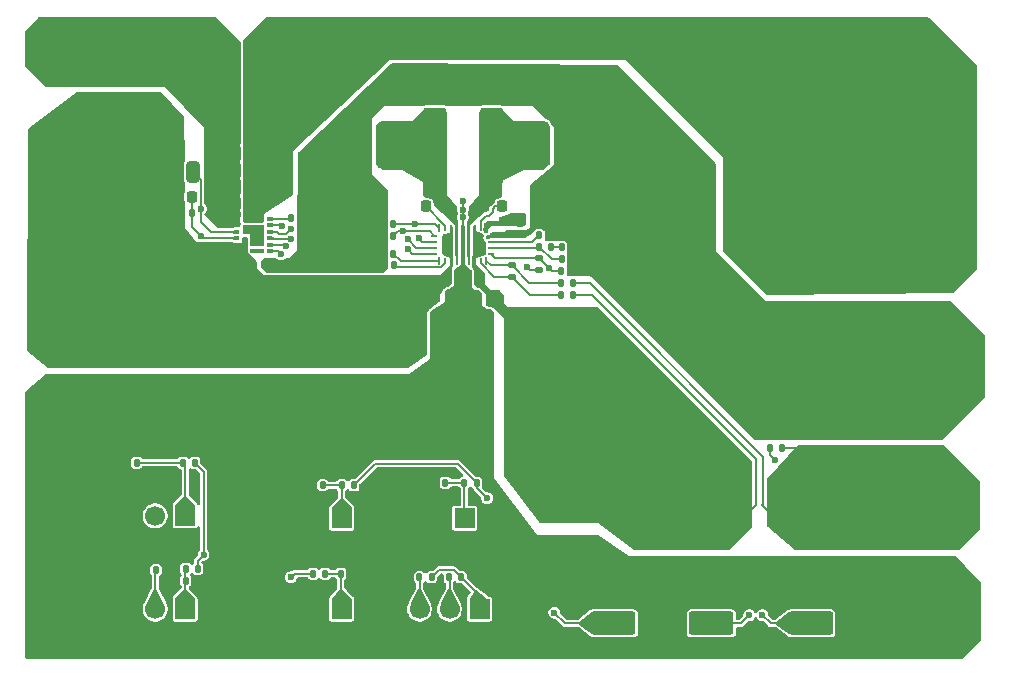
<source format=gbr>
%TF.GenerationSoftware,KiCad,Pcbnew,9.0.4*%
%TF.CreationDate,2025-11-02T21:55:33-03:00*%
%TF.ProjectId,PowerPCB,506f7765-7250-4434-922e-6b696361645f,rev?*%
%TF.SameCoordinates,Original*%
%TF.FileFunction,Copper,L1,Top*%
%TF.FilePolarity,Positive*%
%FSLAX46Y46*%
G04 Gerber Fmt 4.6, Leading zero omitted, Abs format (unit mm)*
G04 Created by KiCad (PCBNEW 9.0.4) date 2025-11-02 21:55:33*
%MOMM*%
%LPD*%
G01*
G04 APERTURE LIST*
G04 Aperture macros list*
%AMRoundRect*
0 Rectangle with rounded corners*
0 $1 Rounding radius*
0 $2 $3 $4 $5 $6 $7 $8 $9 X,Y pos of 4 corners*
0 Add a 4 corners polygon primitive as box body*
4,1,4,$2,$3,$4,$5,$6,$7,$8,$9,$2,$3,0*
0 Add four circle primitives for the rounded corners*
1,1,$1+$1,$2,$3*
1,1,$1+$1,$4,$5*
1,1,$1+$1,$6,$7*
1,1,$1+$1,$8,$9*
0 Add four rect primitives between the rounded corners*
20,1,$1+$1,$2,$3,$4,$5,0*
20,1,$1+$1,$4,$5,$6,$7,0*
20,1,$1+$1,$6,$7,$8,$9,0*
20,1,$1+$1,$8,$9,$2,$3,0*%
G04 Aperture macros list end*
%TA.AperFunction,EtchedComponent*%
%ADD10C,0.000000*%
%TD*%
%TA.AperFunction,SMDPad,CuDef*%
%ADD11RoundRect,0.225000X-0.225000X-0.250000X0.225000X-0.250000X0.225000X0.250000X-0.225000X0.250000X0*%
%TD*%
%TA.AperFunction,SMDPad,CuDef*%
%ADD12RoundRect,0.140000X-0.140000X-0.170000X0.140000X-0.170000X0.140000X0.170000X-0.140000X0.170000X0*%
%TD*%
%TA.AperFunction,ComponentPad*%
%ADD13RoundRect,0.250000X-1.050000X1.050000X-1.050000X-1.050000X1.050000X-1.050000X1.050000X1.050000X0*%
%TD*%
%TA.AperFunction,ComponentPad*%
%ADD14C,2.600000*%
%TD*%
%TA.AperFunction,SMDPad,CuDef*%
%ADD15RoundRect,0.250000X0.650000X-0.325000X0.650000X0.325000X-0.650000X0.325000X-0.650000X-0.325000X0*%
%TD*%
%TA.AperFunction,ComponentPad*%
%ADD16R,1.700000X1.700000*%
%TD*%
%TA.AperFunction,ComponentPad*%
%ADD17C,1.700000*%
%TD*%
%TA.AperFunction,SMDPad,CuDef*%
%ADD18RoundRect,0.249999X0.710001X3.000001X-0.710001X3.000001X-0.710001X-3.000001X0.710001X-3.000001X0*%
%TD*%
%TA.AperFunction,SMDPad,CuDef*%
%ADD19RoundRect,0.250000X0.750000X-1.650000X0.750000X1.650000X-0.750000X1.650000X-0.750000X-1.650000X0*%
%TD*%
%TA.AperFunction,SMDPad,CuDef*%
%ADD20RoundRect,0.225000X0.225000X0.250000X-0.225000X0.250000X-0.225000X-0.250000X0.225000X-0.250000X0*%
%TD*%
%TA.AperFunction,SMDPad,CuDef*%
%ADD21RoundRect,0.250000X-0.325000X-0.650000X0.325000X-0.650000X0.325000X0.650000X-0.325000X0.650000X0*%
%TD*%
%TA.AperFunction,SMDPad,CuDef*%
%ADD22RoundRect,0.250000X0.325000X0.650000X-0.325000X0.650000X-0.325000X-0.650000X0.325000X-0.650000X0*%
%TD*%
%TA.AperFunction,SMDPad,CuDef*%
%ADD23RoundRect,0.250000X-0.550000X1.500000X-0.550000X-1.500000X0.550000X-1.500000X0.550000X1.500000X0*%
%TD*%
%TA.AperFunction,SMDPad,CuDef*%
%ADD24RoundRect,0.140000X0.140000X0.170000X-0.140000X0.170000X-0.140000X-0.170000X0.140000X-0.170000X0*%
%TD*%
%TA.AperFunction,SMDPad,CuDef*%
%ADD25R,0.449986X0.350012*%
%TD*%
%TA.AperFunction,SMDPad,CuDef*%
%ADD26R,1.750009X0.449986*%
%TD*%
%TA.AperFunction,SMDPad,CuDef*%
%ADD27R,0.350012X0.350012*%
%TD*%
%TA.AperFunction,SMDPad,CuDef*%
%ADD28R,1.150010X0.350012*%
%TD*%
%TA.AperFunction,SMDPad,CuDef*%
%ADD29R,0.127000X0.127000*%
%TD*%
%TA.AperFunction,SMDPad,CuDef*%
%ADD30R,0.350012X0.787400*%
%TD*%
%TA.AperFunction,SMDPad,CuDef*%
%ADD31RoundRect,0.135000X-0.135000X-0.185000X0.135000X-0.185000X0.135000X0.185000X-0.135000X0.185000X0*%
%TD*%
%TA.AperFunction,SMDPad,CuDef*%
%ADD32RoundRect,0.135000X0.135000X0.185000X-0.135000X0.185000X-0.135000X-0.185000X0.135000X-0.185000X0*%
%TD*%
%TA.AperFunction,SMDPad,CuDef*%
%ADD33RoundRect,0.250000X-0.650000X0.325000X-0.650000X-0.325000X0.650000X-0.325000X0.650000X0.325000X0*%
%TD*%
%TA.AperFunction,SMDPad,CuDef*%
%ADD34RoundRect,0.250000X-1.650000X-0.750000X1.650000X-0.750000X1.650000X0.750000X-1.650000X0.750000X0*%
%TD*%
%TA.AperFunction,SMDPad,CuDef*%
%ADD35RoundRect,0.250000X-1.000000X1.500000X-1.000000X-1.500000X1.000000X-1.500000X1.000000X1.500000X0*%
%TD*%
%TA.AperFunction,SMDPad,CuDef*%
%ADD36R,0.609600X0.254000*%
%TD*%
%TA.AperFunction,SMDPad,CuDef*%
%ADD37R,0.254000X0.660400*%
%TD*%
%TA.AperFunction,SMDPad,CuDef*%
%ADD38R,0.254000X0.609600*%
%TD*%
%TA.AperFunction,SMDPad,CuDef*%
%ADD39R,0.254000X3.403600*%
%TD*%
%TA.AperFunction,SMDPad,CuDef*%
%ADD40R,0.254000X3.397602*%
%TD*%
%TA.AperFunction,SMDPad,CuDef*%
%ADD41RoundRect,0.135000X0.185000X-0.135000X0.185000X0.135000X-0.185000X0.135000X-0.185000X-0.135000X0*%
%TD*%
%TA.AperFunction,SMDPad,CuDef*%
%ADD42RoundRect,0.250000X0.312500X0.625000X-0.312500X0.625000X-0.312500X-0.625000X0.312500X-0.625000X0*%
%TD*%
%TA.AperFunction,SMDPad,CuDef*%
%ADD43RoundRect,0.225000X-0.250000X0.225000X-0.250000X-0.225000X0.250000X-0.225000X0.250000X0.225000X0*%
%TD*%
%TA.AperFunction,SMDPad,CuDef*%
%ADD44RoundRect,0.140000X0.170000X-0.140000X0.170000X0.140000X-0.170000X0.140000X-0.170000X-0.140000X0*%
%TD*%
%TA.AperFunction,ViaPad*%
%ADD45C,0.600000*%
%TD*%
%TA.AperFunction,Conductor*%
%ADD46C,0.200000*%
%TD*%
G04 APERTURE END LIST*
D10*
%TA.AperFunction,EtchedComponent*%
%TO.C,U2*%
G36*
X128674900Y-90574800D02*
G01*
X127525100Y-90574800D01*
X127525300Y-89575000D01*
X126924700Y-89575000D01*
X126924700Y-88775000D01*
X128674700Y-88775000D01*
X128674900Y-90574800D01*
G37*
%TD.AperFunction*%
%TD*%
D11*
%TO.P,C20,1*%
%TO.N,V_BAT+*%
X142925000Y-95000000D03*
%TO.P,C20,2*%
%TO.N,GND*%
X144475000Y-95000000D03*
%TD*%
D12*
%TO.P,C28,1*%
%TO.N,GND*%
X118620000Y-118000000D03*
%TO.P,C28,2*%
%TO.N,EN_5*%
X119580000Y-118000000D03*
%TD*%
D13*
%TO.P,J5,1,Pin_1*%
%TO.N,V_OUT_5+*%
X184377500Y-92500000D03*
D14*
%TO.P,J5,2,Pin_2*%
%TO.N,GND*%
X184377500Y-97500000D03*
%TD*%
D15*
%TO.P,C30,1*%
%TO.N,V_BAT+*%
X135400000Y-94300000D03*
%TO.P,C30,2*%
%TO.N,GND*%
X135400000Y-91350000D03*
%TD*%
D12*
%TO.P,C1,1*%
%TO.N,GND*%
X138720000Y-91200000D03*
%TO.P,C1,2*%
%TO.N,/DITH{slash}SYNC*%
X139680000Y-91200000D03*
%TD*%
D16*
%TO.P,J8,1,Pin_1*%
%TO.N,\u002ACC_12*%
X145700000Y-113600000D03*
D17*
%TO.P,J8,2,Pin_2*%
%TO.N,GND*%
X143160000Y-113600000D03*
%TD*%
D12*
%TO.P,C24,1*%
%TO.N,GND*%
X138720000Y-89700000D03*
%TO.P,C24,2*%
%TO.N,EN_12*%
X139680000Y-89700000D03*
%TD*%
D18*
%TO.P,L1,1,1*%
%TO.N,Net-(U1B-SW2)*%
X148010000Y-82100000D03*
%TO.P,L1,2,2*%
%TO.N,Net-(U1B-SW1)*%
X143190000Y-82100000D03*
%TD*%
D19*
%TO.P,TP1,1,1*%
%TO.N,Net-(U1B-SW1)*%
X139300000Y-82100000D03*
%TD*%
D12*
%TO.P,C2,1*%
%TO.N,GND*%
X138720000Y-88700000D03*
%TO.P,C2,2*%
%TO.N,VCC_12*%
X139680000Y-88700000D03*
%TD*%
D20*
%TO.P,C4,1*%
%TO.N,Net-(U1A-BOOT2)*%
X148875000Y-87200000D03*
%TO.P,C4,2*%
%TO.N,Net-(U1B-SW2)*%
X147325000Y-87200000D03*
%TD*%
D21*
%TO.P,C32,1*%
%TO.N,/VCC_5*%
X122725000Y-84300000D03*
%TO.P,C32,2*%
%TO.N,GND*%
X125675000Y-84300000D03*
%TD*%
D19*
%TO.P,TP4,1,1*%
%TO.N,Net-(U1B-SW2)*%
X151800000Y-81900000D03*
%TD*%
D22*
%TO.P,C10,1*%
%TO.N,V_OUT_12+*%
X149675000Y-99300000D03*
%TO.P,C10,2*%
%TO.N,GND*%
X146725000Y-99300000D03*
%TD*%
D21*
%TO.P,C18,1*%
%TO.N,V_BAT+*%
X141425000Y-99200000D03*
%TO.P,C18,2*%
%TO.N,GND*%
X144375000Y-99200000D03*
%TD*%
D23*
%TO.P,C9,1*%
%TO.N,V_OUT_12+*%
X154500000Y-111500000D03*
%TO.P,C9,2*%
%TO.N,GND*%
X154500000Y-116900000D03*
%TD*%
D24*
%TO.P,C15,1*%
%TO.N,V_OUT_12+*%
X146980000Y-93700000D03*
%TO.P,C15,2*%
%TO.N,GND*%
X146020000Y-93700000D03*
%TD*%
D25*
%TO.P,U2,1,SDA*%
%TO.N,SDA*%
X129150200Y-91000001D03*
%TO.P,U2,2,PG*%
%TO.N,PG_5*%
X129150200Y-90450000D03*
%TO.P,U2,3,EN*%
%TO.N,EN_5*%
X129150200Y-89900001D03*
%TO.P,U2,4,SCL*%
%TO.N,SCL*%
X129150200Y-89349999D03*
%TO.P,U2,5,VOS*%
%TO.N,V_OUT_5+*%
X129150200Y-88800000D03*
%TO.P,U2,6,ADDR*%
%TO.N,Net-(U2-ADDR)*%
X129150200Y-88249999D03*
D26*
%TO.P,U2,7,VOUT*%
%TO.N,V_OUT_5+*%
X127800000Y-88300000D03*
D25*
%TO.P,U2,8,PGND*%
%TO.N,GND*%
X126449800Y-88249999D03*
%TO.P,U2,9,AGND*%
X126449800Y-88800000D03*
%TO.P,U2,10,VCC*%
%TO.N,/VCC_5*%
X126449800Y-89349999D03*
%TO.P,U2,11,VIN*%
%TO.N,Net-(U2-VIN)*%
X126449800Y-89900001D03*
%TO.P,U2,12,PVIN*%
%TO.N,V_BAT+*%
X126449800Y-90450000D03*
%TO.P,U2,13,PVIN*%
X126449800Y-90999999D03*
D27*
%TO.P,U2,14,PVIN*%
X127100000Y-91000000D03*
D28*
%TO.P,U2,15,VSW*%
%TO.N,unconnected-(U2-VSW-Pad15)*%
X128100000Y-91000000D03*
D29*
%TO.P,U2,16,PGND*%
%TO.N,GND*%
X128100000Y-90100000D03*
D30*
%TO.P,U2,17,PVIN*%
%TO.N,V_BAT+*%
X127100000Y-90219000D03*
%TD*%
D31*
%TO.P,R5,1*%
%TO.N,Net-(U1A-CDC)*%
X151980335Y-89650616D03*
%TO.P,R5,2*%
%TO.N,GND*%
X153000335Y-89650616D03*
%TD*%
D13*
%TO.P,J1,1,Pin_1*%
%TO.N,V_BAT+*%
X112300000Y-97800000D03*
D14*
%TO.P,J1,2,Pin_2*%
%TO.N,GND*%
X112300000Y-102800000D03*
%TD*%
D32*
%TO.P,R11,1*%
%TO.N,Net-(J3-Pin_1)*%
X117950000Y-108900000D03*
%TO.P,R11,2*%
%TO.N,GND*%
X116930000Y-108900000D03*
%TD*%
D33*
%TO.P,C27,1*%
%TO.N,V_OUT_5+*%
X174000000Y-93250000D03*
%TO.P,C27,2*%
%TO.N,GND*%
X174000000Y-96200000D03*
%TD*%
D32*
%TO.P,R7,1*%
%TO.N,Net-(C8-Pad1)*%
X153000335Y-90650616D03*
%TO.P,R7,2*%
%TO.N,Net-(U1A-COMP)*%
X151980335Y-90650616D03*
%TD*%
D34*
%TO.P,TP11,1,1*%
%TO.N,Net-(U2-VIN)*%
X158300000Y-122500000D03*
%TD*%
D16*
%TO.P,J2,1,Pin_1*%
%TO.N,PG_12*%
X135300000Y-113600000D03*
D17*
%TO.P,J2,2,Pin_2*%
%TO.N,GND*%
X132760000Y-113600000D03*
%TD*%
D32*
%TO.P,R4,1*%
%TO.N,Net-(U1A-FSW)*%
X139710000Y-92200000D03*
%TO.P,R4,2*%
%TO.N,GND*%
X138690000Y-92200000D03*
%TD*%
D22*
%TO.P,C11,1*%
%TO.N,V_OUT_12+*%
X149675000Y-101700000D03*
%TO.P,C11,2*%
%TO.N,GND*%
X146725000Y-101700000D03*
%TD*%
D11*
%TO.P,C5,1*%
%TO.N,VCC_12*%
X150425000Y-88400000D03*
%TO.P,C5,2*%
%TO.N,GND*%
X151975000Y-88400000D03*
%TD*%
D32*
%TO.P,R17,1*%
%TO.N,V_BAT+*%
X123100000Y-117900000D03*
%TO.P,R17,2*%
%TO.N,Net-(J9-Pin_1)*%
X122080000Y-117900000D03*
%TD*%
%TO.P,R8,1*%
%TO.N,V_OUT_12+*%
X154910000Y-94700000D03*
%TO.P,R8,2*%
%TO.N,Net-(U1A-ISP)*%
X153890000Y-94700000D03*
%TD*%
D35*
%TO.P,C17,1*%
%TO.N,V_BAT+*%
X132500000Y-97992500D03*
%TO.P,C17,2*%
%TO.N,GND*%
X132500000Y-104492500D03*
%TD*%
D34*
%TO.P,TP8,1,1*%
%TO.N,GND*%
X112400000Y-108400000D03*
%TD*%
D11*
%TO.P,C35,1*%
%TO.N,Net-(U2-VIN)*%
X122625000Y-86400000D03*
%TO.P,C35,2*%
%TO.N,GND*%
X124175000Y-86400000D03*
%TD*%
D31*
%TO.P,R21,1*%
%TO.N,/VCC_5*%
X132890000Y-118300000D03*
%TO.P,R21,2*%
%TO.N,PG_5*%
X133910000Y-118300000D03*
%TD*%
D32*
%TO.P,R14,1*%
%TO.N,VBUS*%
X142900000Y-118600000D03*
%TO.P,R14,2*%
%TO.N,SDA*%
X141880000Y-118600000D03*
%TD*%
D22*
%TO.P,C12,1*%
%TO.N,V_OUT_12+*%
X149675000Y-96900000D03*
%TO.P,C12,2*%
%TO.N,GND*%
X146725000Y-96900000D03*
%TD*%
D32*
%TO.P,R3,1*%
%TO.N,GND*%
X154900335Y-92650616D03*
%TO.P,R3,2*%
%TO.N,Net-(U1A-FB)*%
X153880335Y-92650616D03*
%TD*%
D13*
%TO.P,J4,1,Pin_1*%
%TO.N,V_OUT_12+*%
X184377500Y-113400000D03*
D14*
%TO.P,J4,2,Pin_2*%
%TO.N,GND*%
X184377500Y-118400000D03*
%TD*%
D16*
%TO.P,J7,1,Pin_1*%
%TO.N,VBUS*%
X146965000Y-121300000D03*
D17*
%TO.P,J7,2,Pin_2*%
%TO.N,SCL*%
X144425000Y-121300000D03*
%TO.P,J7,3,Pin_3*%
%TO.N,SDA*%
X141885000Y-121300000D03*
%TD*%
D32*
%TO.P,R1,1*%
%TO.N,V_OUT_12+*%
X172610000Y-107690000D03*
%TO.P,R1,2*%
%TO.N,Net-(R1-Pad2)*%
X171590000Y-107690000D03*
%TD*%
%TO.P,R6,1*%
%TO.N,V_OUT_12+*%
X154910000Y-93700000D03*
%TO.P,R6,2*%
%TO.N,Net-(U1A-ISN)*%
X153890000Y-93700000D03*
%TD*%
D34*
%TO.P,TP7,1,1*%
%TO.N,V_BAT+*%
X112200000Y-92200000D03*
%TD*%
D20*
%TO.P,C13,1*%
%TO.N,V_OUT_12+*%
X148175000Y-95000000D03*
%TO.P,C13,2*%
%TO.N,GND*%
X146625000Y-95000000D03*
%TD*%
D12*
%TO.P,C8,1*%
%TO.N,Net-(C8-Pad1)*%
X153910335Y-90650616D03*
%TO.P,C8,2*%
%TO.N,GND*%
X154870335Y-90650616D03*
%TD*%
D16*
%TO.P,J9,1,Pin_1*%
%TO.N,Net-(J9-Pin_1)*%
X122040000Y-121300000D03*
D17*
%TO.P,J9,2,Pin_2*%
%TO.N,EN_5*%
X119500000Y-121300000D03*
%TO.P,J9,3,Pin_3*%
%TO.N,GND*%
X116960000Y-121300000D03*
%TD*%
D32*
%TO.P,R10,1*%
%TO.N,V_BAT+*%
X122850000Y-108900000D03*
%TO.P,R10,2*%
%TO.N,Net-(J3-Pin_1)*%
X121830000Y-108900000D03*
%TD*%
D31*
%TO.P,R22,1*%
%TO.N,V_BAT+*%
X121590000Y-87800000D03*
%TO.P,R22,2*%
%TO.N,Net-(U2-VIN)*%
X122610000Y-87800000D03*
%TD*%
D12*
%TO.P,C22,1*%
%TO.N,V_BAT+*%
X144120000Y-93700000D03*
%TO.P,C22,2*%
%TO.N,GND*%
X145080000Y-93700000D03*
%TD*%
%TO.P,C31,1*%
%TO.N,PG_5*%
X135220000Y-118300000D03*
%TO.P,C31,2*%
%TO.N,GND*%
X136180000Y-118300000D03*
%TD*%
D35*
%TO.P,C33,1*%
%TO.N,V_BAT+*%
X122700000Y-97950000D03*
%TO.P,C33,2*%
%TO.N,GND*%
X122700000Y-104450000D03*
%TD*%
D36*
%TO.P,U1,1,EN/UVLO*%
%TO.N,EN_12*%
X143149954Y-89698575D03*
%TO.P,U1,2,MODE*%
%TO.N,VCC_12*%
X143149954Y-90198701D03*
%TO.P,U1,3,PG*%
%TO.N,PG_12*%
X143149954Y-90698827D03*
%TO.P,U1,4,\u002ACC*%
%TO.N,\u002ACC_12*%
X143149954Y-91198953D03*
D37*
%TO.P,U1,5,DITH/SYNC*%
%TO.N,/DITH{slash}SYNC*%
X143549496Y-91823364D03*
D38*
%TO.P,U1,6,FSW*%
%TO.N,Net-(U1A-FSW)*%
X144049622Y-91848764D03*
D39*
%TO.P,U1,7,VIN*%
%TO.N,V_BAT+*%
X144549748Y-90445764D03*
%TO.P,U1,8,SW1*%
%TO.N,Net-(U1B-SW1)*%
X145049874Y-90445764D03*
D40*
%TO.P,U1,9,PGND*%
%TO.N,GND*%
X145550781Y-90448763D03*
D39*
%TO.P,U1,10,SW2*%
%TO.N,Net-(U1B-SW2)*%
X146050126Y-90445764D03*
%TO.P,U1,11,VOUT*%
%TO.N,V_OUT_12+*%
X146550252Y-90445764D03*
D38*
%TO.P,U1,12,ISP*%
%TO.N,Net-(U1A-ISP)*%
X147050378Y-91848764D03*
D37*
%TO.P,U1,13,ISN*%
%TO.N,Net-(U1A-ISN)*%
X147550504Y-91823364D03*
D36*
%TO.P,U1,14,FB*%
%TO.N,Net-(U1A-FB)*%
X147950046Y-91198953D03*
%TO.P,U1,15,COMP*%
%TO.N,Net-(U1A-COMP)*%
X147950046Y-90698827D03*
%TO.P,U1,16,CDC*%
%TO.N,Net-(U1A-CDC)*%
X147950046Y-90198701D03*
%TO.P,U1,17,AGND*%
%TO.N,GND*%
X147950046Y-89698575D03*
D37*
%TO.P,U1,18,VCC*%
%TO.N,VCC_12*%
X147550504Y-89074164D03*
D38*
%TO.P,U1,19,BOOT2*%
%TO.N,Net-(U1A-BOOT2)*%
X147050378Y-89048764D03*
%TO.P,U1,20,BOOT1*%
%TO.N,Net-(U1A-BOOT1)*%
X144049622Y-89048764D03*
D37*
%TO.P,U1,21,EXTVCC*%
%TO.N,VCC_12*%
X143549496Y-89074164D03*
%TD*%
D21*
%TO.P,C19,1*%
%TO.N,V_BAT+*%
X141425000Y-96900000D03*
%TO.P,C19,2*%
%TO.N,GND*%
X144375000Y-96900000D03*
%TD*%
D16*
%TO.P,J10,1,Pin_1*%
%TO.N,PG_5*%
X135300000Y-121300000D03*
D17*
%TO.P,J10,2,Pin_2*%
%TO.N,GND*%
X132760000Y-121300000D03*
%TD*%
D31*
%TO.P,R15,1*%
%TO.N,\u002ACC_12*%
X145690000Y-110600000D03*
%TO.P,R15,2*%
%TO.N,VCC_12*%
X146710000Y-110600000D03*
%TD*%
D41*
%TO.P,R2,1*%
%TO.N,Net-(R1-Pad2)*%
X151990335Y-92560616D03*
%TO.P,R2,2*%
%TO.N,Net-(U1A-FB)*%
X151990335Y-91540616D03*
%TD*%
D31*
%TO.P,R18,1*%
%TO.N,Net-(J9-Pin_1)*%
X122095000Y-118900000D03*
%TO.P,R18,2*%
%TO.N,GND*%
X123115000Y-118900000D03*
%TD*%
D33*
%TO.P,C26,1*%
%TO.N,V_OUT_5+*%
X176400000Y-93250000D03*
%TO.P,C26,2*%
%TO.N,GND*%
X176400000Y-96200000D03*
%TD*%
D31*
%TO.P,R12,1*%
%TO.N,PG_12*%
X135290000Y-110800000D03*
%TO.P,R12,2*%
%TO.N,VCC_12*%
X136310000Y-110800000D03*
%TD*%
D42*
%TO.P,R9,1*%
%TO.N,V_OUT_12+*%
X172262500Y-113000000D03*
%TO.P,R9,2*%
X169337500Y-113000000D03*
%TD*%
D12*
%TO.P,C7,1*%
%TO.N,Net-(U1A-COMP)*%
X153910335Y-91650616D03*
%TO.P,C7,2*%
%TO.N,GND*%
X154870335Y-91650616D03*
%TD*%
D32*
%TO.P,R16,1*%
%TO.N,GND*%
X132010000Y-88200000D03*
%TO.P,R16,2*%
%TO.N,Net-(U2-ADDR)*%
X130990000Y-88200000D03*
%TD*%
D34*
%TO.P,TP9,1,1*%
%TO.N,V_OUT_5+*%
X184532500Y-86100000D03*
%TD*%
D15*
%TO.P,C29,1*%
%TO.N,V_BAT+*%
X133000000Y-94325000D03*
%TO.P,C29,2*%
%TO.N,GND*%
X133000000Y-91375000D03*
%TD*%
D24*
%TO.P,C34,1*%
%TO.N,GND*%
X128780000Y-92100000D03*
%TO.P,C34,2*%
%TO.N,V_BAT+*%
X127820000Y-92100000D03*
%TD*%
D11*
%TO.P,C3,1*%
%TO.N,Net-(U1A-BOOT1)*%
X142425000Y-87200000D03*
%TO.P,C3,2*%
%TO.N,Net-(U1B-SW1)*%
X143975000Y-87200000D03*
%TD*%
D16*
%TO.P,J3,1,Pin_1*%
%TO.N,Net-(J3-Pin_1)*%
X122040000Y-113400000D03*
D17*
%TO.P,J3,2,Pin_2*%
%TO.N,EN_12*%
X119500000Y-113400000D03*
%TO.P,J3,3,Pin_3*%
%TO.N,GND*%
X116960000Y-113400000D03*
%TD*%
D12*
%TO.P,C23,1*%
%TO.N,GND*%
X132720000Y-110800000D03*
%TO.P,C23,2*%
%TO.N,PG_12*%
X133680000Y-110800000D03*
%TD*%
D43*
%TO.P,C16,1*%
%TO.N,V_OUT_12+*%
X176100000Y-115825000D03*
%TO.P,C16,2*%
%TO.N,GND*%
X176100000Y-117375000D03*
%TD*%
D12*
%TO.P,C25,1*%
%TO.N,GND*%
X143120000Y-110600000D03*
%TO.P,C25,2*%
%TO.N,\u002ACC_12*%
X144080000Y-110600000D03*
%TD*%
D34*
%TO.P,TP3,1,1*%
%TO.N,Net-(U1A-FB)*%
X166600000Y-122500000D03*
%TD*%
D44*
%TO.P,C6,1*%
%TO.N,Net-(U1A-ISP)*%
X149671732Y-93160024D03*
%TO.P,C6,2*%
%TO.N,Net-(U1A-ISN)*%
X149671732Y-92200024D03*
%TD*%
D32*
%TO.P,R13,1*%
%TO.N,VBUS*%
X145410000Y-118600000D03*
%TO.P,R13,2*%
%TO.N,SCL*%
X144390000Y-118600000D03*
%TD*%
D34*
%TO.P,TP2,1,1*%
%TO.N,Net-(R1-Pad2)*%
X175000000Y-122500000D03*
%TD*%
D45*
%TO.N,V_BAT+*%
X112800000Y-81980000D03*
X117960000Y-84500000D03*
X110260000Y-84520000D03*
X120580000Y-100300000D03*
X120500000Y-84500000D03*
X115420000Y-79420000D03*
X110260000Y-81980000D03*
X117960000Y-89580000D03*
X115420000Y-92120000D03*
X118500000Y-96540000D03*
X115420000Y-89580000D03*
X126120000Y-96540000D03*
X117960000Y-81960000D03*
X120500000Y-81960000D03*
X110260000Y-89600000D03*
X121660000Y-100300000D03*
X119500000Y-100300000D03*
X115420000Y-81960000D03*
X112800000Y-89600000D03*
X144100000Y-91000000D03*
X118500000Y-94000000D03*
X123580000Y-94000000D03*
X120500000Y-79420000D03*
X122740000Y-100300000D03*
X121040000Y-94000000D03*
X120500000Y-92120000D03*
X144100000Y-90400000D03*
X120500000Y-87040000D03*
X123600000Y-116700000D03*
X117960000Y-87040000D03*
X115420000Y-87040000D03*
X125900000Y-100300000D03*
X124900000Y-100300000D03*
X117960000Y-92120000D03*
X144100000Y-89800000D03*
X120500000Y-89580000D03*
X128660000Y-96540000D03*
X112800000Y-84520000D03*
X128660000Y-94000000D03*
X112800000Y-87060000D03*
X110260000Y-87060000D03*
X126120000Y-94000000D03*
X117960000Y-79420000D03*
X112800000Y-79440000D03*
X123820000Y-100300000D03*
X115420000Y-84500000D03*
X131200000Y-94000000D03*
%TO.N,PG_5*%
X130549676Y-90568291D03*
%TO.N,EN_5*%
X131024265Y-89924265D03*
%TO.N,V_OUT_12+*%
X152020000Y-107380000D03*
X159420000Y-114980000D03*
X161960000Y-107360000D03*
X174100000Y-113880000D03*
X157100000Y-109920000D03*
X181720000Y-108800000D03*
X184260000Y-111340000D03*
X181720000Y-111340000D03*
X167200000Y-109920000D03*
X181720000Y-113880000D03*
X167200000Y-115000000D03*
X176640000Y-111340000D03*
X161960000Y-109900000D03*
X152020000Y-109920000D03*
X186800000Y-111340000D03*
X161960000Y-114980000D03*
X161960000Y-112440000D03*
X164500000Y-104820000D03*
X186800000Y-113880000D03*
X159420000Y-107360000D03*
X164500000Y-109900000D03*
X157100000Y-99760000D03*
X157100000Y-97220000D03*
X154560000Y-102300000D03*
X147000000Y-90443543D03*
X154560000Y-104840000D03*
X167200000Y-112460000D03*
X157100000Y-107380000D03*
X154560000Y-107380000D03*
X179180000Y-108800000D03*
X159420000Y-112440000D03*
X184260000Y-108800000D03*
X164500000Y-112440000D03*
X176640000Y-108800000D03*
X147000000Y-91100000D03*
X174100000Y-111340000D03*
X161960000Y-104820000D03*
X152020000Y-99760000D03*
X176640000Y-113880000D03*
X152020000Y-102300000D03*
X159420000Y-109900000D03*
X164500000Y-114980000D03*
X152020000Y-97220000D03*
X179180000Y-113880000D03*
X157100000Y-104840000D03*
X154560000Y-99760000D03*
X186800000Y-108800000D03*
X152020000Y-104840000D03*
X164500000Y-107360000D03*
X154560000Y-97220000D03*
X179180000Y-111340000D03*
X157100000Y-102300000D03*
X147000000Y-89800000D03*
X159420000Y-104820000D03*
X174100000Y-108800000D03*
%TO.N,VCC_12*%
X147600000Y-111900000D03*
X141799998Y-89900000D03*
X141500000Y-88700000D03*
X149200000Y-88500000D03*
%TO.N,PG_12*%
X140900000Y-90000000D03*
%TO.N,\u002ACC_12*%
X140875737Y-90824266D03*
%TO.N,EN_12*%
X140500000Y-89300000D03*
%TO.N,V_OUT_5+*%
X168620000Y-80220000D03*
X168580000Y-77840000D03*
X129100000Y-72060000D03*
X134180000Y-72060000D03*
X127200000Y-83400000D03*
X171160000Y-82760000D03*
X176060000Y-75360000D03*
X171160000Y-80220000D03*
X166040000Y-77840000D03*
X128400000Y-86300000D03*
X128400000Y-87500000D03*
X128400000Y-82000000D03*
X127800000Y-87500000D03*
X128400000Y-83400000D03*
X173700000Y-82760000D03*
X173520000Y-72820000D03*
X129600000Y-86300000D03*
X168580000Y-75300000D03*
X131640000Y-74600000D03*
X127200000Y-82000000D03*
X127200000Y-88200000D03*
X127200000Y-86300000D03*
X173520000Y-77900000D03*
X128400000Y-88200000D03*
X166040000Y-75300000D03*
X130800000Y-84800000D03*
X127200000Y-84800000D03*
X168580000Y-72760000D03*
X173700000Y-80220000D03*
X136720000Y-74600000D03*
X130800000Y-83400000D03*
X168620000Y-85300000D03*
X131640000Y-77140000D03*
X171160000Y-85300000D03*
X134180000Y-74600000D03*
X131640000Y-72060000D03*
X178600000Y-75360000D03*
X176060000Y-72820000D03*
X178600000Y-77900000D03*
X166040000Y-72760000D03*
X176060000Y-77900000D03*
X130800000Y-82000000D03*
X127800000Y-88200000D03*
X129600000Y-84800000D03*
X171120000Y-75300000D03*
X129600000Y-83400000D03*
X163500000Y-75300000D03*
X129100000Y-74600000D03*
X173700000Y-85300000D03*
X168620000Y-82760000D03*
X178600000Y-72820000D03*
X171120000Y-72760000D03*
X136720000Y-72060000D03*
X163500000Y-72760000D03*
X173520000Y-75360000D03*
X128400000Y-84800000D03*
X130200000Y-88900000D03*
X134180000Y-77140000D03*
X171120000Y-77840000D03*
X127200000Y-87500000D03*
X129600000Y-82000000D03*
X129100000Y-77140000D03*
%TO.N,SDA*%
X130162239Y-91268217D03*
%TO.N,SCL*%
X130967329Y-89126291D03*
%TO.N,Net-(U1A-FB)*%
X169800000Y-121800000D03*
X152874859Y-92425141D03*
%TO.N,/VCC_5*%
X131000000Y-118600000D03*
X123376000Y-87400000D03*
%TO.N,Net-(R1-Pad2)*%
X170900000Y-121800000D03*
X172000000Y-108700000D03*
X151000000Y-92300000D03*
%TO.N,Net-(U2-VIN)*%
X153300000Y-121600000D03*
X123400000Y-89700000D03*
%TO.N,GND*%
X117900000Y-75000000D03*
X120360000Y-72460000D03*
X158760000Y-78000000D03*
X145600000Y-95400000D03*
X124300000Y-82900000D03*
X143500000Y-103400000D03*
X156260000Y-87980000D03*
X127851719Y-89083792D03*
X183540000Y-123600000D03*
X158800000Y-82900000D03*
X145600000Y-101800000D03*
X117900000Y-72460000D03*
X181380000Y-123600000D03*
X126300000Y-112280000D03*
X171320000Y-103040000D03*
X163800000Y-98000000D03*
X168880000Y-103080000D03*
X143500000Y-97000000D03*
X134960000Y-87060000D03*
X116580000Y-107360000D03*
X124200000Y-107360000D03*
X145600000Y-98600000D03*
X149645412Y-89541868D03*
X143500000Y-101000000D03*
X185700000Y-123600000D03*
X155700000Y-91500000D03*
X145550781Y-87466565D03*
X126300000Y-117000000D03*
X181300000Y-124900000D03*
X166240000Y-93240000D03*
X131380000Y-109740000D03*
X145600000Y-99400000D03*
X145600000Y-92800000D03*
X163700000Y-93240000D03*
X145550781Y-88100000D03*
X128400000Y-89700000D03*
X143500000Y-100200000D03*
X145600000Y-102600000D03*
X171320000Y-100500000D03*
X145544903Y-86787860D03*
X124300000Y-83900000D03*
X182460000Y-123600000D03*
X183460000Y-124900000D03*
X126300000Y-107200000D03*
X137500000Y-89600000D03*
X147650000Y-101800000D03*
X166240000Y-95780000D03*
X186700000Y-123600000D03*
X137500000Y-87060000D03*
X163700000Y-90700000D03*
X158800000Y-85440000D03*
X168880000Y-98000000D03*
X122900000Y-75000000D03*
X185620000Y-124900000D03*
X161340000Y-85440000D03*
X143500000Y-96200000D03*
X161300000Y-80540000D03*
X139000000Y-114460000D03*
X150345412Y-89541868D03*
X121660000Y-101817500D03*
X132420000Y-89600000D03*
X161340000Y-82900000D03*
X182380000Y-124900000D03*
X153800000Y-88500000D03*
X156260000Y-82900000D03*
X115360000Y-75000000D03*
X156220000Y-80540000D03*
X173860000Y-103040000D03*
X178940000Y-100500000D03*
X139000000Y-117000000D03*
X120580000Y-101817500D03*
X126300000Y-109740000D03*
X134960000Y-82000000D03*
X128840000Y-107200000D03*
X128840000Y-109740000D03*
X133920000Y-109740000D03*
X147650000Y-100200000D03*
X136460000Y-109740000D03*
X173860000Y-100500000D03*
X137500000Y-82000000D03*
X125000000Y-88600000D03*
X176400000Y-105580000D03*
X132420000Y-84520000D03*
X145600000Y-103400000D03*
X147650000Y-99400000D03*
X168780000Y-95780000D03*
X122740000Y-101817500D03*
X125700000Y-80900000D03*
X127300000Y-89100000D03*
X161160000Y-90700000D03*
X133920000Y-107200000D03*
X163700000Y-95780000D03*
X180300000Y-123600000D03*
X123820000Y-101817500D03*
X147650000Y-97800000D03*
X168780000Y-93240000D03*
X153000000Y-88500000D03*
X143500000Y-98600000D03*
X128351719Y-89083792D03*
X178940000Y-105580000D03*
X145600000Y-104200000D03*
X119120000Y-107360000D03*
X119500000Y-101817500D03*
X158760000Y-80540000D03*
X128400000Y-90300000D03*
X156260000Y-85440000D03*
X176400000Y-103040000D03*
X127900000Y-90300000D03*
X147650000Y-96200000D03*
X155700000Y-92400000D03*
X134960000Y-89600000D03*
X145600000Y-97800000D03*
X143500000Y-102600000D03*
X137500000Y-79460000D03*
X124300000Y-81900000D03*
X130280000Y-101900000D03*
X158800000Y-87980000D03*
X168880000Y-100540000D03*
X143500000Y-101800000D03*
X145600000Y-101000000D03*
X147650000Y-103400000D03*
X161340000Y-87980000D03*
X184540000Y-124900000D03*
X155700000Y-90700000D03*
X178940000Y-103040000D03*
X128840000Y-112280000D03*
X131360000Y-101900000D03*
X153900000Y-89500000D03*
X127900000Y-89700000D03*
X124900000Y-101817500D03*
X110280000Y-75000000D03*
X153000000Y-87500000D03*
X112820000Y-75000000D03*
X129200000Y-101900000D03*
X171320000Y-105580000D03*
X163880000Y-85440000D03*
X125700000Y-81900000D03*
X163880000Y-82900000D03*
X166340000Y-100540000D03*
X136460000Y-107200000D03*
X136460000Y-117000000D03*
X173860000Y-105580000D03*
X176400000Y-100500000D03*
X145600000Y-96200000D03*
X112820000Y-72460000D03*
X132420000Y-87060000D03*
X132440000Y-101900000D03*
X161160000Y-95780000D03*
X145600000Y-100200000D03*
X131380000Y-107200000D03*
X115360000Y-72460000D03*
X163880000Y-87980000D03*
X180300000Y-124900000D03*
X156220000Y-78000000D03*
X120360000Y-75000000D03*
X147650000Y-102600000D03*
X145600000Y-97000000D03*
X186700000Y-124900000D03*
X161160000Y-93240000D03*
X147650000Y-97000000D03*
X133520000Y-101900000D03*
X134960000Y-84520000D03*
X145600000Y-94600000D03*
X116580000Y-109900000D03*
X166240000Y-90700000D03*
X139000000Y-112280000D03*
X184620000Y-123600000D03*
X139000000Y-107200000D03*
X124200000Y-87700000D03*
X134600000Y-101900000D03*
X122900000Y-72460000D03*
X143500000Y-97800000D03*
X137500000Y-84520000D03*
X166340000Y-98000000D03*
X126300000Y-114460000D03*
X143500000Y-99400000D03*
X153800000Y-87500000D03*
X125900000Y-101817500D03*
X128840000Y-117000000D03*
X119120000Y-109900000D03*
X124300000Y-80900000D03*
X139000000Y-109740000D03*
X147650000Y-101000000D03*
X135600000Y-101900000D03*
X110280000Y-72460000D03*
X124300000Y-84900000D03*
X125000000Y-87700000D03*
X147650000Y-98600000D03*
%TD*%
D46*
%TO.N,V_BAT+*%
X123100000Y-117900000D02*
X123100000Y-117200000D01*
X122850000Y-108900000D02*
X123600000Y-109650000D01*
X123600000Y-109650000D02*
X123600000Y-116700000D01*
X123100000Y-117200000D02*
X123600000Y-116700000D01*
%TO.N,PG_5*%
X135220000Y-118300000D02*
X135220000Y-121220000D01*
X133910000Y-118300000D02*
X135220000Y-118300000D01*
X129150200Y-90450000D02*
X130431385Y-90450000D01*
X130431385Y-90450000D02*
X130549676Y-90568291D01*
%TO.N,EN_5*%
X129174464Y-89924265D02*
X131024265Y-89924265D01*
X129150200Y-89900001D02*
X129174464Y-89924265D01*
X119500000Y-121300000D02*
X119500000Y-118080000D01*
%TO.N,Net-(U1A-BOOT1)*%
X142425000Y-87200000D02*
X144049622Y-88824622D01*
X144049622Y-88824622D02*
X144049622Y-89048764D01*
%TO.N,Net-(U1A-BOOT2)*%
X148300000Y-87200000D02*
X148076000Y-87424000D01*
X147774110Y-87976000D02*
X147524000Y-87976000D01*
X147524000Y-87976000D02*
X147050378Y-88449622D01*
X147050378Y-88449622D02*
X147050378Y-88865090D01*
X148715468Y-87200000D02*
X148300000Y-87200000D01*
X148076000Y-87424000D02*
X148076000Y-87674110D01*
X148076000Y-87674110D02*
X147774110Y-87976000D01*
%TO.N,V_OUT_12+*%
X156500000Y-94700000D02*
X154910000Y-94700000D01*
X156300000Y-93700000D02*
X154910000Y-93700000D01*
X169900000Y-113000000D02*
X170400000Y-112500000D01*
X171400000Y-113000000D02*
X170900000Y-112500000D01*
X170900000Y-112500000D02*
X171000000Y-112400000D01*
X170400000Y-112500000D02*
X170400000Y-108600000D01*
X170400000Y-108600000D02*
X156500000Y-94700000D01*
X169337500Y-113000000D02*
X169900000Y-113000000D01*
X171000000Y-112400000D02*
X171000000Y-108400000D01*
X175190000Y-107690000D02*
X175300000Y-107800000D01*
X172262500Y-113000000D02*
X171400000Y-113000000D01*
X171000000Y-108400000D02*
X156300000Y-93700000D01*
X172610000Y-107690000D02*
X175190000Y-107690000D01*
%TO.N,Net-(U1A-COMP)*%
X153059995Y-91650616D02*
X153910335Y-91650616D01*
X147950046Y-90698827D02*
X152108206Y-90698827D01*
X152108206Y-90698827D02*
X153059995Y-91650616D01*
%TO.N,Net-(U1A-ISN)*%
X147550504Y-91823364D02*
X147927164Y-92200024D01*
X151171708Y-93700000D02*
X153890000Y-93700000D01*
X149671732Y-92200024D02*
X151171708Y-93700000D01*
X147927164Y-92200024D02*
X149671732Y-92200024D01*
%TO.N,Net-(U1A-ISP)*%
X151211708Y-94700000D02*
X153890000Y-94700000D01*
X147050378Y-92026564D02*
X148183838Y-93160024D01*
X148183838Y-93160024D02*
X149671732Y-93160024D01*
X149671732Y-93160024D02*
X151211708Y-94700000D01*
%TO.N,VCC_12*%
X136310000Y-110800000D02*
X138110000Y-109000000D01*
X145110000Y-109000000D02*
X146710000Y-110600000D01*
X141799998Y-89900000D02*
X142098699Y-90198701D01*
X141500000Y-88700000D02*
X143175332Y-88700000D01*
X143175332Y-88700000D02*
X143549496Y-89074164D01*
X146710000Y-110600000D02*
X146710000Y-111010000D01*
X139680000Y-88700000D02*
X141500000Y-88700000D01*
X146710000Y-111010000D02*
X147600000Y-111900000D01*
X142098699Y-90198701D02*
X143149954Y-90198701D01*
X138110000Y-109000000D02*
X145110000Y-109000000D01*
%TO.N,PG_12*%
X143149954Y-90698827D02*
X141598827Y-90698827D01*
X135300000Y-110810000D02*
X135300000Y-113600000D01*
X141598827Y-90698827D02*
X140900000Y-90000000D01*
X133680000Y-110800000D02*
X135290000Y-110800000D01*
%TO.N,\u002ACC_12*%
X144080000Y-110600000D02*
X145690000Y-110600000D01*
X145690000Y-110600000D02*
X145690000Y-113590000D01*
X143149954Y-91198953D02*
X141250424Y-91198953D01*
X141250424Y-91198953D02*
X140875737Y-90824266D01*
%TO.N,EN_12*%
X140500000Y-89300000D02*
X142751379Y-89300000D01*
X142751379Y-89300000D02*
X143149954Y-89698575D01*
X139680000Y-89700000D02*
X140080000Y-89300000D01*
X140080000Y-89300000D02*
X140500000Y-89300000D01*
%TO.N,V_OUT_5+*%
X129150200Y-88800000D02*
X130100000Y-88800000D01*
X130100000Y-88800000D02*
X130200000Y-88900000D01*
%TO.N,SDA*%
X129894023Y-91000001D02*
X130162239Y-91268217D01*
X129150200Y-91000001D02*
X129894023Y-91000001D01*
X129150200Y-91000001D02*
X129251200Y-91101001D01*
X141885000Y-121300000D02*
X141885000Y-118605000D01*
%TO.N,SCL*%
X129150200Y-89349999D02*
X129800056Y-89349999D01*
X129800056Y-89349999D02*
X129951057Y-89501000D01*
X130592620Y-89501000D02*
X130967329Y-89126291D01*
X129951057Y-89501000D02*
X130592620Y-89501000D01*
X144425000Y-121300000D02*
X144425000Y-118635000D01*
%TO.N,VBUS*%
X144789000Y-117979000D02*
X145410000Y-118600000D01*
X142900000Y-118600000D02*
X143521000Y-117979000D01*
X143521000Y-117979000D02*
X144789000Y-117979000D01*
X146965000Y-120165000D02*
X146965000Y-121300000D01*
X145410000Y-118610000D02*
X146965000Y-120165000D01*
%TO.N,Net-(U1A-FB)*%
X166600000Y-122500000D02*
X169100000Y-122500000D01*
X152874859Y-92425141D02*
X153100335Y-92650616D01*
X151990335Y-91540616D02*
X152874859Y-92425141D01*
X147950046Y-91198953D02*
X148291709Y-91540616D01*
X153100335Y-92650616D02*
X153880335Y-92650616D01*
X169100000Y-122500000D02*
X169800000Y-121800000D01*
X148291709Y-91540616D02*
X151990335Y-91540616D01*
%TO.N,Net-(U1A-FSW)*%
X139863564Y-92353564D02*
X143722622Y-92353564D01*
X143722622Y-92353564D02*
X144049622Y-92026564D01*
%TO.N,Net-(U1A-CDC)*%
X151432250Y-90198701D02*
X147950046Y-90198701D01*
X151980335Y-89650616D02*
X151432250Y-90198701D01*
%TO.N,Net-(C8-Pad1)*%
X153910335Y-90650616D02*
X153000335Y-90650616D01*
%TO.N,/VCC_5*%
X124224944Y-89349999D02*
X126449800Y-89349999D01*
X131300000Y-118300000D02*
X131000000Y-118600000D01*
X123376000Y-88501055D02*
X124224944Y-89349999D01*
X132890000Y-118300000D02*
X131300000Y-118300000D01*
X123376000Y-87400000D02*
X123376000Y-88501055D01*
X123376000Y-84951000D02*
X122725000Y-84300000D01*
X123376000Y-87400000D02*
X123376000Y-84951000D01*
%TO.N,Net-(J9-Pin_1)*%
X122040000Y-121300000D02*
X122040000Y-117940000D01*
%TO.N,Net-(R1-Pad2)*%
X171590000Y-108290000D02*
X172000000Y-108700000D01*
X171590000Y-107690000D02*
X171590000Y-108290000D01*
X151260616Y-92560616D02*
X151000000Y-92300000D01*
X171600000Y-122500000D02*
X170900000Y-121800000D01*
X151990335Y-92560616D02*
X151260616Y-92560616D01*
X175000000Y-122500000D02*
X171600000Y-122500000D01*
%TO.N,Net-(U2-ADDR)*%
X129150200Y-88249999D02*
X130940001Y-88249999D01*
%TO.N,Net-(U2-VIN)*%
X122625000Y-86400000D02*
X122625000Y-87785000D01*
X158300000Y-122500000D02*
X154200000Y-122500000D01*
X122610000Y-87800000D02*
X122610000Y-88910000D01*
X154200000Y-122500000D02*
X153300000Y-121600000D01*
X122610000Y-88910000D02*
X123400000Y-89700000D01*
X123600001Y-89900001D02*
X126449800Y-89900001D01*
X123400000Y-89700000D02*
X123600001Y-89900001D01*
%TO.N,GND*%
X145550781Y-86793738D02*
X145544903Y-86787860D01*
X132760000Y-113600000D02*
X132760000Y-110840000D01*
X145550781Y-90448763D02*
X145550781Y-87466565D01*
X145550781Y-88100000D02*
X145550781Y-86793738D01*
X143120000Y-110600000D02*
X143120000Y-113560000D01*
%TO.N,/DITH{slash}SYNC*%
X140303364Y-91823364D02*
X143549496Y-91823364D01*
X139680000Y-91200000D02*
X140303364Y-91823364D01*
%TO.N,Net-(J3-Pin_1)*%
X117950000Y-108900000D02*
X121830000Y-108900000D01*
X121830000Y-109090000D02*
X122040000Y-109300000D01*
X122040000Y-109300000D02*
X122040000Y-113400000D01*
%TD*%
%TA.AperFunction,Conductor*%
%TO.N,Net-(U2-VIN)*%
G36*
X156479806Y-121576561D02*
G01*
X158280420Y-122489565D01*
X158286249Y-122496363D01*
X158285564Y-122505291D01*
X158280420Y-122510435D01*
X156479806Y-123423438D01*
X156470878Y-123424123D01*
X156467375Y-123422272D01*
X155404560Y-122603512D01*
X155400097Y-122595748D01*
X155400000Y-122594243D01*
X155400000Y-122405756D01*
X155403427Y-122397483D01*
X155404560Y-122396487D01*
X156467377Y-121577726D01*
X156476020Y-121575393D01*
X156479806Y-121576561D01*
G37*
%TD.AperFunction*%
%TD*%
%TA.AperFunction,Conductor*%
%TO.N,SCL*%
G36*
X144526048Y-119619760D02*
G01*
X144528236Y-119622793D01*
X145127129Y-120818541D01*
X145127770Y-120827473D01*
X145123178Y-120833503D01*
X144431510Y-121296640D01*
X144422729Y-121298395D01*
X144418490Y-121296640D01*
X143726821Y-120833503D01*
X143721854Y-120826052D01*
X143722869Y-120818543D01*
X144321764Y-119622792D01*
X144328533Y-119616931D01*
X144332225Y-119616333D01*
X144517775Y-119616333D01*
X144526048Y-119619760D01*
G37*
%TD.AperFunction*%
%TD*%
%TA.AperFunction,Conductor*%
%TO.N,Net-(U2-VIN)*%
G36*
X126230247Y-89729207D02*
G01*
X126438853Y-89890749D01*
X126443296Y-89898524D01*
X126440940Y-89907164D01*
X126438853Y-89909251D01*
X126230250Y-90070791D01*
X126221610Y-90073147D01*
X126218477Y-90072294D01*
X126056892Y-90003040D01*
X126050638Y-89996631D01*
X126049801Y-89992286D01*
X126049801Y-89807715D01*
X126053228Y-89799442D01*
X126056888Y-89796963D01*
X126218479Y-89727706D01*
X126227432Y-89727598D01*
X126230247Y-89729207D01*
G37*
%TD.AperFunction*%
%TD*%
%TA.AperFunction,Conductor*%
%TO.N,PG_5*%
G36*
X129381520Y-90277705D02*
G01*
X129543109Y-90346961D01*
X129549362Y-90353369D01*
X129550199Y-90357714D01*
X129550199Y-90542285D01*
X129546772Y-90550558D01*
X129543108Y-90553039D01*
X129381522Y-90622293D01*
X129372568Y-90622402D01*
X129369749Y-90620790D01*
X129161146Y-90459250D01*
X129156703Y-90451475D01*
X129159059Y-90442835D01*
X129161140Y-90440753D01*
X129369751Y-90279208D01*
X129378388Y-90276853D01*
X129381520Y-90277705D01*
G37*
%TD.AperFunction*%
%TD*%
%TA.AperFunction,Conductor*%
%TO.N,EN_5*%
G36*
X129381468Y-89741430D02*
G01*
X129469152Y-89784476D01*
X129543655Y-89821052D01*
X129549571Y-89827774D01*
X129550199Y-89831555D01*
X129550199Y-90015475D01*
X129546772Y-90023748D01*
X129541757Y-90026712D01*
X129380910Y-90073349D01*
X129372010Y-90072362D01*
X129370488Y-90071363D01*
X129161626Y-89909623D01*
X129157183Y-89901848D01*
X129159539Y-89893208D01*
X129161977Y-89890861D01*
X129369506Y-89742416D01*
X129378228Y-89740391D01*
X129381468Y-89741430D01*
G37*
%TD.AperFunction*%
%TD*%
%TA.AperFunction,Conductor*%
%TO.N,SDA*%
G36*
X141986048Y-119619760D02*
G01*
X141988236Y-119622793D01*
X142587129Y-120818541D01*
X142587770Y-120827473D01*
X142583178Y-120833503D01*
X141891510Y-121296640D01*
X141882729Y-121298395D01*
X141878490Y-121296640D01*
X141186821Y-120833503D01*
X141181854Y-120826052D01*
X141182869Y-120818543D01*
X141781764Y-119622792D01*
X141788533Y-119616931D01*
X141792225Y-119616333D01*
X141977775Y-119616333D01*
X141986048Y-119619760D01*
G37*
%TD.AperFunction*%
%TD*%
%TA.AperFunction,Conductor*%
%TO.N,VBUS*%
G36*
X146644333Y-119701005D02*
G01*
X147099815Y-120049830D01*
X147613017Y-120442859D01*
X147617501Y-120450610D01*
X147615192Y-120459262D01*
X147615165Y-120459297D01*
X146973835Y-121290176D01*
X146966067Y-121294631D01*
X146957424Y-121292289D01*
X146956300Y-121291300D01*
X146121551Y-120456551D01*
X146118124Y-120448278D01*
X146119874Y-120442122D01*
X146494063Y-119837344D01*
X146495732Y-119835237D01*
X146628948Y-119702021D01*
X146637220Y-119698595D01*
X146644333Y-119701005D01*
G37*
%TD.AperFunction*%
%TD*%
%TA.AperFunction,Conductor*%
%TO.N,V_BAT+*%
G36*
X119909886Y-77483542D02*
G01*
X119976904Y-77503292D01*
X120001058Y-77523630D01*
X121948416Y-79642322D01*
X121979289Y-79705000D01*
X121981121Y-79725982D01*
X121988681Y-83440159D01*
X121981723Y-83481364D01*
X121952354Y-83565298D01*
X121952353Y-83565305D01*
X121949500Y-83595730D01*
X121949500Y-85004269D01*
X121952353Y-85034694D01*
X121952353Y-85034698D01*
X121985243Y-85128693D01*
X121992201Y-85169395D01*
X121993863Y-85985957D01*
X121990551Y-86007039D01*
X121991807Y-86007238D01*
X121974500Y-86116506D01*
X121974500Y-86683493D01*
X121991807Y-86792765D01*
X121991424Y-86792825D01*
X121995559Y-86818760D01*
X122000000Y-89000000D01*
X122717109Y-89904500D01*
X122971205Y-90224994D01*
X122971206Y-90224994D01*
X126027647Y-90224994D01*
X126028240Y-90225081D01*
X126028536Y-90224997D01*
X126030615Y-90225431D01*
X126063434Y-90230270D01*
X126070093Y-90232277D01*
X126137523Y-90261177D01*
X126164492Y-90270576D01*
X126167625Y-90271429D01*
X126184297Y-90275231D01*
X126200304Y-90274561D01*
X126205059Y-90275507D01*
X126213507Y-90275507D01*
X126694543Y-90275507D01*
X126694544Y-90275506D01*
X126709361Y-90272559D01*
X126753022Y-90263875D01*
X126753022Y-90263874D01*
X126753024Y-90263874D01*
X126811211Y-90224994D01*
X126849793Y-90224994D01*
X126849814Y-90173958D01*
X126863660Y-90153238D01*
X126873514Y-90103701D01*
X126875293Y-90094757D01*
X126875293Y-89904500D01*
X126877843Y-89895814D01*
X126876555Y-89886853D01*
X126887533Y-89862812D01*
X126894978Y-89837461D01*
X126901818Y-89831533D01*
X126905580Y-89823297D01*
X126927814Y-89809007D01*
X126947782Y-89791706D01*
X126958296Y-89789418D01*
X126964358Y-89785523D01*
X126999293Y-89780500D01*
X127195734Y-89780500D01*
X127262773Y-89800185D01*
X127308528Y-89852989D01*
X127319734Y-89904525D01*
X127319599Y-90574753D01*
X127324751Y-90620526D01*
X127324753Y-90620531D01*
X127327218Y-90625651D01*
X127339487Y-90680847D01*
X127333964Y-91169581D01*
X127333965Y-91169584D01*
X127829561Y-91609788D01*
X128058347Y-91813003D01*
X128095397Y-91872239D01*
X128100000Y-91905711D01*
X128100000Y-92400000D01*
X128700000Y-93000000D01*
X128904240Y-93000000D01*
X128921887Y-93001262D01*
X128925327Y-93001756D01*
X128951362Y-93005500D01*
X128951363Y-93005500D01*
X138818639Y-93005500D01*
X138821180Y-93005363D01*
X138840607Y-93004322D01*
X138840614Y-93004321D01*
X138840618Y-93004321D01*
X138873021Y-93000837D01*
X138873083Y-93001421D01*
X138886883Y-93000000D01*
X143699999Y-93000000D01*
X143700000Y-93000000D01*
X144427864Y-92196503D01*
X144427864Y-91543254D01*
X144427864Y-91543253D01*
X143903018Y-91318319D01*
X143849153Y-91273818D01*
X143827898Y-91207259D01*
X143827864Y-91204345D01*
X143827864Y-89679644D01*
X143847549Y-89612605D01*
X143900353Y-89566850D01*
X143917796Y-89560415D01*
X144427864Y-89414682D01*
X144427864Y-88926708D01*
X144433449Y-88907686D01*
X144434103Y-88887871D01*
X144443091Y-88874848D01*
X144447549Y-88859669D01*
X144462529Y-88846688D01*
X144473794Y-88830369D01*
X144488397Y-88824273D01*
X144500353Y-88813914D01*
X144519974Y-88811092D01*
X144538272Y-88803455D01*
X144553850Y-88806221D01*
X144569511Y-88803970D01*
X144587546Y-88812206D01*
X144607065Y-88815673D01*
X144630386Y-88831770D01*
X144633067Y-88832995D01*
X144636112Y-88835723D01*
X144656070Y-88854203D01*
X144691886Y-88914194D01*
X144695817Y-88944046D01*
X144718377Y-91392835D01*
X144723268Y-91435553D01*
X144724907Y-91442919D01*
X144727864Y-91469839D01*
X144727864Y-92178118D01*
X144708179Y-92245157D01*
X144703064Y-92252518D01*
X144635700Y-92342337D01*
X144635700Y-92462884D01*
X144623044Y-92511461D01*
X144625207Y-92512370D01*
X144622512Y-92518783D01*
X144602826Y-92585822D01*
X144602825Y-92585827D01*
X144602825Y-92585828D01*
X144595959Y-92633585D01*
X144594500Y-92643729D01*
X144594500Y-93690322D01*
X144574815Y-93757361D01*
X144539284Y-93793495D01*
X144478764Y-93833842D01*
X144478755Y-93833849D01*
X144436846Y-93870950D01*
X144393248Y-93921718D01*
X144393243Y-93921724D01*
X144389590Y-93927387D01*
X144373077Y-93947841D01*
X144354088Y-93966830D01*
X144318812Y-93991531D01*
X144307091Y-93996997D01*
X144284785Y-94004906D01*
X144236706Y-94016935D01*
X144236697Y-94016938D01*
X144184125Y-94036693D01*
X144184120Y-94036695D01*
X144142412Y-94058077D01*
X144142399Y-94058084D01*
X143941223Y-94192203D01*
X143941211Y-94192212D01*
X143918047Y-94210169D01*
X143891769Y-94233725D01*
X143891760Y-94233735D01*
X143890196Y-94235899D01*
X143880659Y-94249094D01*
X143879918Y-94248365D01*
X143873155Y-94255243D01*
X143867159Y-94261606D01*
X143851890Y-94288900D01*
X143847676Y-94294732D01*
X143847677Y-94294732D01*
X143840602Y-94304521D01*
X143840601Y-94304524D01*
X143833981Y-94319687D01*
X143831538Y-94325282D01*
X143822510Y-94341423D01*
X143818434Y-94355300D01*
X143815311Y-94362455D01*
X143815309Y-94362462D01*
X143812652Y-94368550D01*
X143812636Y-94368589D01*
X143800972Y-94400505D01*
X143799539Y-94399981D01*
X143771111Y-94452859D01*
X143770543Y-94453431D01*
X143627864Y-94596111D01*
X143627864Y-95234374D01*
X143608179Y-95301413D01*
X143570918Y-95338680D01*
X143216660Y-95566417D01*
X143186025Y-95586111D01*
X143139116Y-95586111D01*
X143054682Y-95670544D01*
X143043471Y-95677752D01*
X142745824Y-95869096D01*
X142745823Y-95869097D01*
X142711619Y-95896667D01*
X142674345Y-95933948D01*
X142667157Y-95941513D01*
X142667156Y-95941515D01*
X142622512Y-96021327D01*
X142622508Y-96021336D01*
X142602823Y-96088375D01*
X142601882Y-96092703D01*
X142600626Y-96092429D01*
X142573953Y-96150827D01*
X142567928Y-96157297D01*
X142539116Y-96186108D01*
X142539116Y-99641552D01*
X142519431Y-99708591D01*
X142486225Y-99743137D01*
X140885423Y-100863696D01*
X140819214Y-100886014D01*
X140814314Y-100886111D01*
X110472758Y-100886111D01*
X110405719Y-100866426D01*
X110393375Y-100857370D01*
X108672905Y-99423645D01*
X108634006Y-99365606D01*
X108628291Y-99327487D01*
X108764479Y-80669748D01*
X108784653Y-80602856D01*
X108814072Y-80571458D01*
X112907265Y-77501564D01*
X112972706Y-77477089D01*
X112981771Y-77476765D01*
X119909886Y-77483542D01*
G37*
%TD.AperFunction*%
%TD*%
%TA.AperFunction,Conductor*%
%TO.N,/VCC_5*%
G36*
X126230250Y-89179208D02*
G01*
X126438853Y-89340748D01*
X126443296Y-89348523D01*
X126440940Y-89357163D01*
X126438853Y-89359250D01*
X126231698Y-89519668D01*
X126224673Y-89522116D01*
X126220722Y-89522163D01*
X126215974Y-89521218D01*
X126056892Y-89453038D01*
X126050638Y-89446629D01*
X126049801Y-89442284D01*
X126049801Y-89257713D01*
X126053228Y-89249440D01*
X126056888Y-89246961D01*
X126218479Y-89177704D01*
X126227431Y-89177596D01*
X126230250Y-89179208D01*
G37*
%TD.AperFunction*%
%TD*%
%TA.AperFunction,Conductor*%
%TO.N,Net-(J3-Pin_1)*%
G36*
X122142993Y-111703427D02*
G01*
X122143493Y-111703959D01*
X122882732Y-112541763D01*
X122885636Y-112550234D01*
X122882237Y-112557772D01*
X122048278Y-113392712D01*
X122040007Y-113396144D01*
X122031732Y-113392722D01*
X122031722Y-113392712D01*
X121838868Y-113199632D01*
X121197761Y-112557770D01*
X121194340Y-112549497D01*
X121197266Y-112541764D01*
X121936507Y-111703959D01*
X121944550Y-111700023D01*
X121945280Y-111700000D01*
X122134720Y-111700000D01*
X122142993Y-111703427D01*
G37*
%TD.AperFunction*%
%TD*%
%TA.AperFunction,Conductor*%
%TO.N,SDA*%
G36*
X129381518Y-90827706D02*
G01*
X129543109Y-90896962D01*
X129549362Y-90903370D01*
X129550199Y-90907715D01*
X129550199Y-91092286D01*
X129546772Y-91100559D01*
X129543108Y-91103040D01*
X129381522Y-91172294D01*
X129372568Y-91172403D01*
X129369749Y-91170791D01*
X129161146Y-91009251D01*
X129156703Y-91001476D01*
X129159059Y-90992836D01*
X129161140Y-90990754D01*
X129369750Y-90829209D01*
X129378389Y-90826854D01*
X129381518Y-90827706D01*
G37*
%TD.AperFunction*%
%TD*%
%TA.AperFunction,Conductor*%
%TO.N,PG_5*%
G36*
X135323179Y-119603427D02*
G01*
X135323463Y-119603721D01*
X136103323Y-120441840D01*
X136103411Y-120441934D01*
X136106538Y-120450325D01*
X136103316Y-120457975D01*
X135308273Y-121292318D01*
X135300085Y-121295944D01*
X135291732Y-121292717D01*
X135291525Y-121292515D01*
X135228898Y-121229815D01*
X134457341Y-120457350D01*
X134453920Y-120449076D01*
X134456430Y-120441842D01*
X135116487Y-119604457D01*
X135124300Y-119600081D01*
X135125676Y-119600000D01*
X135314906Y-119600000D01*
X135323179Y-119603427D01*
G37*
%TD.AperFunction*%
%TD*%
%TA.AperFunction,Conductor*%
%TO.N,PG_12*%
G36*
X135402993Y-111903427D02*
G01*
X135403493Y-111903959D01*
X136142732Y-112741763D01*
X136145636Y-112750234D01*
X136142237Y-112757772D01*
X135308278Y-113592712D01*
X135300007Y-113596144D01*
X135291732Y-113592722D01*
X135291722Y-113592712D01*
X135098868Y-113399632D01*
X134457761Y-112757770D01*
X134454340Y-112749497D01*
X134457266Y-112741764D01*
X135196507Y-111903959D01*
X135204550Y-111900023D01*
X135205280Y-111900000D01*
X135394720Y-111900000D01*
X135402993Y-111903427D01*
G37*
%TD.AperFunction*%
%TD*%
%TA.AperFunction,Conductor*%
%TO.N,Net-(U1B-SW1)*%
G36*
X143967902Y-78874685D02*
G01*
X144011772Y-78923545D01*
X144186909Y-79273818D01*
X144200000Y-79329273D01*
X144200000Y-86278423D01*
X145027653Y-87284659D01*
X145055036Y-87348939D01*
X145051663Y-87395515D01*
X145050281Y-87400671D01*
X145050281Y-87532456D01*
X145084389Y-87659752D01*
X145102629Y-87691344D01*
X145119914Y-87721282D01*
X145136387Y-87789181D01*
X145119914Y-87845282D01*
X145084390Y-87906810D01*
X145084390Y-87906811D01*
X145050281Y-88034108D01*
X145050281Y-88165891D01*
X145084389Y-88293187D01*
X145088034Y-88299500D01*
X145150281Y-88407314D01*
X145150282Y-88407315D01*
X145154345Y-88414352D01*
X145152878Y-88415198D01*
X145174569Y-88471296D01*
X145175000Y-88481620D01*
X145175000Y-91389799D01*
X145172449Y-91398484D01*
X145173738Y-91407446D01*
X145162759Y-91431486D01*
X145155315Y-91456838D01*
X145148474Y-91462765D01*
X145144713Y-91471002D01*
X145122478Y-91485291D01*
X145102511Y-91502593D01*
X145091996Y-91504880D01*
X145085935Y-91508776D01*
X145051000Y-91513799D01*
X145047863Y-91513799D01*
X144980824Y-91494114D01*
X144935069Y-91441310D01*
X144923868Y-91390941D01*
X144900000Y-88800000D01*
X144352642Y-88293187D01*
X143115253Y-87147456D01*
X143079436Y-87087465D01*
X143075500Y-87056470D01*
X143075500Y-86916506D01*
X143059720Y-86816878D01*
X143059719Y-86816876D01*
X143059719Y-86816874D01*
X142998528Y-86696780D01*
X142998526Y-86696778D01*
X142998523Y-86696774D01*
X142903225Y-86601476D01*
X142903221Y-86601473D01*
X142903220Y-86601472D01*
X142783126Y-86540281D01*
X142783124Y-86540280D01*
X142783121Y-86540279D01*
X142683493Y-86524500D01*
X142683488Y-86524500D01*
X142491052Y-86524500D01*
X142463812Y-86516501D01*
X142435852Y-86511536D01*
X142427671Y-86505889D01*
X142424013Y-86504815D01*
X142406805Y-86491486D01*
X142239753Y-86336808D01*
X142203936Y-86276817D01*
X142200000Y-86245822D01*
X142200000Y-85100000D01*
X140381817Y-84100000D01*
X138774666Y-84100000D01*
X138707627Y-84080315D01*
X138700266Y-84075200D01*
X138249600Y-83737200D01*
X138207779Y-83681229D01*
X138200000Y-83638000D01*
X138200000Y-80362000D01*
X138219685Y-80294961D01*
X138249600Y-80262800D01*
X138566933Y-80024800D01*
X138632375Y-80000324D01*
X138641333Y-80000000D01*
X141300000Y-80000000D01*
X142277543Y-78924702D01*
X142290897Y-78916091D01*
X142299476Y-78905638D01*
X142325123Y-78894023D01*
X142331176Y-78890121D01*
X142334701Y-78888982D01*
X142359643Y-78882548D01*
X142419891Y-78861465D01*
X142421324Y-78861003D01*
X142424629Y-78860914D01*
X142459437Y-78855000D01*
X143900863Y-78855000D01*
X143967902Y-78874685D01*
G37*
%TD.AperFunction*%
%TD*%
%TA.AperFunction,Conductor*%
%TO.N,V_OUT_5+*%
G36*
X129384023Y-88628778D02*
G01*
X129543109Y-88696961D01*
X129549362Y-88703369D01*
X129550199Y-88707714D01*
X129550199Y-88892285D01*
X129546772Y-88900558D01*
X129543108Y-88903039D01*
X129381522Y-88972293D01*
X129372568Y-88972402D01*
X129369749Y-88970790D01*
X129161146Y-88809250D01*
X129156703Y-88801475D01*
X129159059Y-88792835D01*
X129161140Y-88790753D01*
X129368304Y-88630328D01*
X129375319Y-88627882D01*
X129379277Y-88627834D01*
X129384023Y-88628778D01*
G37*
%TD.AperFunction*%
%TD*%
%TA.AperFunction,Conductor*%
%TO.N,V_OUT_12+*%
G36*
X186177831Y-107393040D02*
G01*
X186244832Y-107412844D01*
X186265365Y-107429435D01*
X189263759Y-110433154D01*
X189297190Y-110494505D01*
X189300000Y-110520756D01*
X189300000Y-114523638D01*
X189280315Y-114590677D01*
X189263681Y-114611319D01*
X187611319Y-116263681D01*
X187549996Y-116297166D01*
X187523638Y-116300000D01*
X173721361Y-116300000D01*
X173654322Y-116280315D01*
X173641605Y-116270947D01*
X171364244Y-114357964D01*
X171325573Y-114299773D01*
X171320000Y-114263017D01*
X171320000Y-110254548D01*
X171339685Y-110187509D01*
X171353055Y-110170257D01*
X173908704Y-107412844D01*
X173910282Y-107411141D01*
X173970289Y-107375354D01*
X174001443Y-107371433D01*
X186177831Y-107393040D01*
G37*
%TD.AperFunction*%
%TD*%
%TA.AperFunction,Conductor*%
%TO.N,V_OUT_12+*%
G36*
X146623768Y-88764254D02*
G01*
X146678050Y-88808244D01*
X146699933Y-88874599D01*
X146700000Y-88878684D01*
X146700000Y-89300000D01*
X147137851Y-89464194D01*
X147181637Y-89492263D01*
X147188113Y-89498687D01*
X147191009Y-89502555D01*
X147259046Y-89570592D01*
X147275413Y-89585294D01*
X147275474Y-89585343D01*
X147277718Y-89587569D01*
X147293165Y-89615587D01*
X147309975Y-89642802D01*
X147309946Y-89646026D01*
X147311451Y-89648756D01*
X147309688Y-89674887D01*
X147309370Y-89710541D01*
X147303326Y-89731121D01*
X147295000Y-89789030D01*
X147295000Y-89874023D01*
X147300152Y-89919748D01*
X147302756Y-89928789D01*
X147306231Y-89944732D01*
X147308213Y-89957964D01*
X147313127Y-89981369D01*
X147313129Y-89981373D01*
X147356138Y-90062083D01*
X147356140Y-90062086D01*
X147401899Y-90114895D01*
X147419481Y-90132839D01*
X147419485Y-90132843D01*
X147436533Y-90142379D01*
X147485432Y-90192284D01*
X147500000Y-90250599D01*
X147500000Y-91214067D01*
X147480315Y-91281106D01*
X147427511Y-91326861D01*
X147419539Y-91330172D01*
X146922664Y-91516500D01*
X146922661Y-91516501D01*
X146913539Y-91519920D01*
X146913428Y-91519943D01*
X146913360Y-91519987D01*
X146910896Y-91520912D01*
X146910872Y-91520922D01*
X146700000Y-91600000D01*
X146700000Y-92185715D01*
X146987604Y-92391147D01*
X147003212Y-92404369D01*
X147363681Y-92764838D01*
X147397166Y-92826161D01*
X147400000Y-92852519D01*
X147400000Y-93900000D01*
X147900000Y-94300000D01*
X148638000Y-94300000D01*
X148705039Y-94319685D01*
X148737200Y-94349600D01*
X148975200Y-94666933D01*
X148999676Y-94732375D01*
X149000000Y-94741333D01*
X149000000Y-95400000D01*
X149300000Y-95700000D01*
X156948638Y-95700000D01*
X157015677Y-95719685D01*
X157036319Y-95736319D01*
X169963861Y-108663861D01*
X169997346Y-108725184D01*
X170000179Y-108751107D01*
X170019818Y-114348383D01*
X170000369Y-114415491D01*
X169983500Y-114436499D01*
X168156319Y-116263681D01*
X168094996Y-116297166D01*
X168068638Y-116300000D01*
X160140976Y-116300000D01*
X160073937Y-116280315D01*
X160067091Y-116275584D01*
X157000000Y-114000000D01*
X152062000Y-114000000D01*
X151994961Y-113980315D01*
X151962800Y-113950400D01*
X149024800Y-110033066D01*
X149000324Y-109967624D01*
X149000000Y-109958666D01*
X149000000Y-96700000D01*
X148200000Y-95800000D01*
X148138407Y-95800000D01*
X148071368Y-95780315D01*
X148060606Y-95772555D01*
X148044620Y-95759673D01*
X147973575Y-95722509D01*
X147906543Y-95702826D01*
X147905894Y-95702732D01*
X147848638Y-95694500D01*
X147848634Y-95694500D01*
X147709833Y-95694500D01*
X147688536Y-95688246D01*
X147666394Y-95686643D01*
X147647079Y-95676073D01*
X147642794Y-95674815D01*
X147635433Y-95669700D01*
X147549600Y-95605325D01*
X147507779Y-95549353D01*
X147500000Y-95506125D01*
X147500000Y-94600000D01*
X147000000Y-94100000D01*
X146895760Y-94100000D01*
X146882174Y-94099254D01*
X146880146Y-94099030D01*
X146848638Y-94094500D01*
X146839044Y-94094500D01*
X146832276Y-94093754D01*
X146806062Y-94082813D01*
X146778823Y-94074815D01*
X146770147Y-94067824D01*
X146767797Y-94066843D01*
X146766376Y-94064785D01*
X146758181Y-94058181D01*
X146541819Y-93841819D01*
X146508334Y-93780496D01*
X146505500Y-93754138D01*
X146505500Y-92666360D01*
X146503979Y-92651629D01*
X146501164Y-92624369D01*
X146490808Y-92574760D01*
X146488837Y-92566231D01*
X146447190Y-92484808D01*
X146402330Y-92431244D01*
X146358775Y-92392203D01*
X146355213Y-92389828D01*
X146310354Y-92336262D01*
X146300000Y-92286657D01*
X146300000Y-91614995D01*
X146313772Y-91558199D01*
X146318812Y-91548416D01*
X146322326Y-91543822D01*
X146325848Y-91536109D01*
X146325286Y-91535852D01*
X146332593Y-91521672D01*
X146332903Y-91521346D01*
X146335157Y-91516950D01*
X146342009Y-91504962D01*
X146343439Y-91500248D01*
X146349298Y-91484759D01*
X146351345Y-91480280D01*
X146357502Y-91464273D01*
X146360375Y-91456804D01*
X146360375Y-91456803D01*
X146361084Y-91448130D01*
X146362102Y-91439447D01*
X146362304Y-91438124D01*
X146362306Y-91438120D01*
X146371166Y-91380294D01*
X146393724Y-88931504D01*
X146403145Y-88900479D01*
X146411252Y-88869080D01*
X146413536Y-88866261D01*
X146414026Y-88864649D01*
X146433469Y-88841663D01*
X146491754Y-88787697D01*
X146554319Y-88756594D01*
X146623768Y-88764254D01*
G37*
%TD.AperFunction*%
%TD*%
%TA.AperFunction,Conductor*%
%TO.N,GND*%
G36*
X145643039Y-88719685D02*
G01*
X145688794Y-88772489D01*
X145700000Y-88824000D01*
X145700000Y-92200000D01*
X146244784Y-92563189D01*
X146289644Y-92616753D01*
X146300000Y-92666362D01*
X146300000Y-94000000D01*
X146600000Y-94300000D01*
X146848638Y-94300000D01*
X146915677Y-94319685D01*
X146936319Y-94336319D01*
X147163681Y-94563681D01*
X147197166Y-94625004D01*
X147200000Y-94651362D01*
X147200000Y-95600000D01*
X147199999Y-95600000D01*
X147400000Y-95750000D01*
X147600000Y-95900000D01*
X147848638Y-95900000D01*
X147915677Y-95919685D01*
X147936319Y-95936319D01*
X148163681Y-96163681D01*
X148197166Y-96225004D01*
X148200000Y-96251362D01*
X148200000Y-110200001D01*
X151582379Y-114650499D01*
X151848000Y-115000000D01*
X156961208Y-115000000D01*
X157028247Y-115019685D01*
X157031875Y-115022107D01*
X159595349Y-116800000D01*
X187193183Y-116800000D01*
X187260222Y-116819685D01*
X187281085Y-116836540D01*
X188067363Y-117626828D01*
X189397212Y-118963458D01*
X189430541Y-119024866D01*
X189433306Y-119051547D01*
X189408652Y-123898777D01*
X189388627Y-123965715D01*
X189372058Y-123986104D01*
X187885335Y-125463458D01*
X187823906Y-125496749D01*
X187797931Y-125499500D01*
X108624500Y-125499500D01*
X108557461Y-125479815D01*
X108511706Y-125427011D01*
X108500500Y-125375500D01*
X108500500Y-121196530D01*
X118449500Y-121196530D01*
X118449500Y-121403469D01*
X118476085Y-121537118D01*
X118489870Y-121606420D01*
X118569059Y-121797598D01*
X118614691Y-121865892D01*
X118684024Y-121969657D01*
X118830342Y-122115975D01*
X118830345Y-122115977D01*
X119002402Y-122230941D01*
X119193580Y-122310130D01*
X119327756Y-122336819D01*
X119396530Y-122350499D01*
X119396534Y-122350500D01*
X119396535Y-122350500D01*
X119603466Y-122350500D01*
X119603467Y-122350499D01*
X119806420Y-122310130D01*
X119997598Y-122230941D01*
X120169655Y-122115977D01*
X120315977Y-121969655D01*
X120430941Y-121797598D01*
X120510130Y-121606420D01*
X120550500Y-121403465D01*
X120550500Y-121196535D01*
X120510130Y-120993580D01*
X120430941Y-120802402D01*
X120430939Y-120802399D01*
X120400959Y-120757530D01*
X120389189Y-120731760D01*
X120388050Y-120732197D01*
X120385872Y-120726517D01*
X120385871Y-120726513D01*
X119813629Y-119583975D01*
X119800500Y-119528445D01*
X119800500Y-118587159D01*
X119820185Y-118520120D01*
X119872094Y-118474777D01*
X119918316Y-118453224D01*
X120003224Y-118368316D01*
X120053972Y-118259487D01*
X120060500Y-118209901D01*
X120060499Y-117790100D01*
X120053972Y-117740513D01*
X120003224Y-117631684D01*
X119918316Y-117546776D01*
X119809487Y-117496028D01*
X119809485Y-117496027D01*
X119809486Y-117496027D01*
X119759902Y-117489500D01*
X119400105Y-117489500D01*
X119384386Y-117491569D01*
X119350513Y-117496028D01*
X119350511Y-117496029D01*
X119350509Y-117496029D01*
X119241683Y-117546776D01*
X119156776Y-117631683D01*
X119106027Y-117740514D01*
X119099500Y-117790098D01*
X119099500Y-118209894D01*
X119099501Y-118209900D01*
X119106028Y-118259487D01*
X119106029Y-118259489D01*
X119106029Y-118259490D01*
X119156776Y-118368316D01*
X119163181Y-118374721D01*
X119196666Y-118436044D01*
X119199500Y-118462402D01*
X119199500Y-119528444D01*
X119186371Y-119583974D01*
X118614130Y-120726506D01*
X118612223Y-120731258D01*
X118611702Y-120731049D01*
X118599241Y-120757229D01*
X118569058Y-120802402D01*
X118489870Y-120993579D01*
X118489868Y-120993587D01*
X118449500Y-121196530D01*
X108500500Y-121196530D01*
X108500500Y-113296530D01*
X118449500Y-113296530D01*
X118449500Y-113503469D01*
X118489868Y-113706412D01*
X118489870Y-113706420D01*
X118569058Y-113897596D01*
X118684024Y-114069657D01*
X118830342Y-114215975D01*
X118830345Y-114215977D01*
X119002402Y-114330941D01*
X119193580Y-114410130D01*
X119338052Y-114438867D01*
X119396530Y-114450499D01*
X119396534Y-114450500D01*
X119396535Y-114450500D01*
X119603466Y-114450500D01*
X119603467Y-114450499D01*
X119806420Y-114410130D01*
X119997598Y-114330941D01*
X120169655Y-114215977D01*
X120315977Y-114069655D01*
X120430941Y-113897598D01*
X120510130Y-113706420D01*
X120550500Y-113503465D01*
X120550500Y-113296535D01*
X120510130Y-113093580D01*
X120430941Y-112902402D01*
X120315977Y-112730345D01*
X120315975Y-112730342D01*
X120169657Y-112584024D01*
X120060083Y-112510810D01*
X119997598Y-112469059D01*
X119980766Y-112462087D01*
X119806420Y-112389870D01*
X119806412Y-112389868D01*
X119603469Y-112349500D01*
X119603465Y-112349500D01*
X119396535Y-112349500D01*
X119396530Y-112349500D01*
X119193587Y-112389868D01*
X119193579Y-112389870D01*
X119002403Y-112469058D01*
X118830342Y-112584024D01*
X118684024Y-112730342D01*
X118569058Y-112902403D01*
X118489870Y-113093579D01*
X118489868Y-113093587D01*
X118449500Y-113296530D01*
X108500500Y-113296530D01*
X108500500Y-108675683D01*
X117479500Y-108675683D01*
X117479500Y-109124316D01*
X117485931Y-109173171D01*
X117485932Y-109173173D01*
X117535935Y-109280404D01*
X117619596Y-109364065D01*
X117726827Y-109414068D01*
X117775683Y-109420500D01*
X117775684Y-109420500D01*
X118124317Y-109420500D01*
X118140601Y-109418356D01*
X118173173Y-109414068D01*
X118280404Y-109364065D01*
X118364065Y-109280404D01*
X118367939Y-109272095D01*
X118414110Y-109219657D01*
X118480321Y-109200500D01*
X121299679Y-109200500D01*
X121366718Y-109220185D01*
X121412060Y-109272095D01*
X121415935Y-109280404D01*
X121499596Y-109364065D01*
X121606827Y-109414068D01*
X121631685Y-109417340D01*
X121695579Y-109445604D01*
X121734052Y-109503928D01*
X121739500Y-109540279D01*
X121739500Y-111569746D01*
X121719815Y-111636785D01*
X121708480Y-111651787D01*
X121043176Y-112405797D01*
X121043172Y-112405804D01*
X121032381Y-112423708D01*
X121032379Y-112423712D01*
X121024439Y-112436888D01*
X121001133Y-112471769D01*
X120989500Y-112530252D01*
X120989500Y-112536297D01*
X120989170Y-112537852D01*
X120989500Y-112539801D01*
X120989500Y-112544356D01*
X120989101Y-112545479D01*
X120989500Y-112550224D01*
X120989500Y-114269752D01*
X121001131Y-114328229D01*
X121001132Y-114328230D01*
X121045447Y-114394552D01*
X121111769Y-114438867D01*
X121111770Y-114438868D01*
X121170247Y-114450499D01*
X121170250Y-114450500D01*
X121170252Y-114450500D01*
X122909750Y-114450500D01*
X122909751Y-114450499D01*
X122924568Y-114447552D01*
X122968229Y-114438868D01*
X122968229Y-114438867D01*
X122968231Y-114438867D01*
X123034552Y-114394552D01*
X123072398Y-114337911D01*
X123126010Y-114293107D01*
X123195335Y-114284400D01*
X123258362Y-114314554D01*
X123295082Y-114373997D01*
X123299500Y-114406803D01*
X123299500Y-116241323D01*
X123279815Y-116308362D01*
X123263182Y-116329004D01*
X123199500Y-116392686D01*
X123133608Y-116506812D01*
X123099500Y-116634108D01*
X123099500Y-116724166D01*
X123090855Y-116753606D01*
X123084332Y-116783593D01*
X123080577Y-116788608D01*
X123079815Y-116791205D01*
X123063185Y-116811842D01*
X122915489Y-116959540D01*
X122915488Y-116959540D01*
X122915487Y-116959541D01*
X122859541Y-117015487D01*
X122859535Y-117015495D01*
X122819982Y-117084004D01*
X122819979Y-117084009D01*
X122799500Y-117160439D01*
X122799500Y-117354669D01*
X122790878Y-117384028D01*
X122784418Y-117413938D01*
X122780594Y-117419053D01*
X122779815Y-117421708D01*
X122763313Y-117442217D01*
X122685935Y-117519596D01*
X122685736Y-117520021D01*
X122677809Y-117527972D01*
X122656203Y-117539810D01*
X122636958Y-117555183D01*
X122626103Y-117556302D01*
X122616534Y-117561546D01*
X122591961Y-117559824D01*
X122567458Y-117562352D01*
X122557721Y-117557425D01*
X122546835Y-117556663D01*
X122527091Y-117541927D01*
X122505114Y-117530808D01*
X122501901Y-117527101D01*
X122501736Y-117527267D01*
X122410404Y-117435935D01*
X122379894Y-117421708D01*
X122303173Y-117385932D01*
X122303171Y-117385931D01*
X122303172Y-117385931D01*
X122254317Y-117379500D01*
X122254316Y-117379500D01*
X121905684Y-117379500D01*
X121905683Y-117379500D01*
X121856828Y-117385931D01*
X121749595Y-117435935D01*
X121665935Y-117519595D01*
X121615931Y-117626828D01*
X121609500Y-117675683D01*
X121609500Y-118124316D01*
X121615931Y-118173171D01*
X121665935Y-118280404D01*
X121703181Y-118317650D01*
X121717884Y-118344577D01*
X121734477Y-118370396D01*
X121735368Y-118376596D01*
X121736666Y-118378973D01*
X121739500Y-118405331D01*
X121739500Y-118409669D01*
X121719815Y-118476708D01*
X121703181Y-118497350D01*
X121680935Y-118519595D01*
X121630931Y-118626828D01*
X121624500Y-118675683D01*
X121624500Y-119124316D01*
X121630931Y-119173171D01*
X121680935Y-119280404D01*
X121703181Y-119302650D01*
X121717884Y-119329577D01*
X121734477Y-119355396D01*
X121735368Y-119361596D01*
X121736666Y-119363973D01*
X121739500Y-119390331D01*
X121739500Y-119469746D01*
X121719815Y-119536785D01*
X121708480Y-119551787D01*
X121043176Y-120305797D01*
X121043172Y-120305804D01*
X121032381Y-120323708D01*
X121032379Y-120323712D01*
X121024439Y-120336888D01*
X121001133Y-120371769D01*
X120989500Y-120430252D01*
X120989500Y-120436297D01*
X120989170Y-120437852D01*
X120989500Y-120439801D01*
X120989500Y-120444356D01*
X120989101Y-120445479D01*
X120989500Y-120450224D01*
X120989500Y-122169752D01*
X121001131Y-122228229D01*
X121001132Y-122228230D01*
X121045447Y-122294552D01*
X121111769Y-122338867D01*
X121111770Y-122338868D01*
X121170247Y-122350499D01*
X121170250Y-122350500D01*
X121170252Y-122350500D01*
X122909750Y-122350500D01*
X122909751Y-122350499D01*
X122924568Y-122347552D01*
X122968229Y-122338868D01*
X122968229Y-122338867D01*
X122968231Y-122338867D01*
X123034552Y-122294552D01*
X123078867Y-122228231D01*
X123078867Y-122228229D01*
X123078868Y-122228229D01*
X123088052Y-122182055D01*
X123090500Y-122169748D01*
X123090500Y-120430252D01*
X123090500Y-120430249D01*
X123090499Y-120430247D01*
X123078868Y-120371770D01*
X123078867Y-120371769D01*
X123052613Y-120332477D01*
X123048516Y-120325911D01*
X123036826Y-120305804D01*
X123036824Y-120305800D01*
X123036823Y-120305799D01*
X123036822Y-120305797D01*
X122379588Y-119560932D01*
X122349994Y-119497640D01*
X122359316Y-119428395D01*
X122404594Y-119375182D01*
X122420167Y-119366507D01*
X122425404Y-119364065D01*
X122509065Y-119280404D01*
X122559068Y-119173173D01*
X122565500Y-119124316D01*
X122565500Y-118675684D01*
X122559068Y-118626827D01*
X122515832Y-118534108D01*
X130499500Y-118534108D01*
X130499500Y-118665892D01*
X130506455Y-118691848D01*
X130533608Y-118793187D01*
X130551581Y-118824316D01*
X130599500Y-118907314D01*
X130692686Y-119000500D01*
X130766804Y-119043292D01*
X130802783Y-119064065D01*
X130806814Y-119066392D01*
X130934108Y-119100500D01*
X130934110Y-119100500D01*
X131065890Y-119100500D01*
X131065892Y-119100500D01*
X131193186Y-119066392D01*
X131307314Y-119000500D01*
X131400500Y-118907314D01*
X131466392Y-118793186D01*
X131493395Y-118692405D01*
X131529760Y-118632746D01*
X131592607Y-118602217D01*
X131613170Y-118600500D01*
X132359679Y-118600500D01*
X132426718Y-118620185D01*
X132472060Y-118672095D01*
X132475935Y-118680404D01*
X132559596Y-118764065D01*
X132666827Y-118814068D01*
X132715683Y-118820500D01*
X132715684Y-118820500D01*
X133064317Y-118820500D01*
X133080601Y-118818356D01*
X133113173Y-118814068D01*
X133220404Y-118764065D01*
X133304065Y-118680404D01*
X133304065Y-118680403D01*
X133311736Y-118672733D01*
X133314564Y-118675561D01*
X133352977Y-118644843D01*
X133422474Y-118637635D01*
X133484835Y-118669143D01*
X133488093Y-118672903D01*
X133488264Y-118672733D01*
X133495935Y-118680404D01*
X133579596Y-118764065D01*
X133686827Y-118814068D01*
X133735683Y-118820500D01*
X133735684Y-118820500D01*
X134084317Y-118820500D01*
X134100601Y-118818356D01*
X134133173Y-118814068D01*
X134240404Y-118764065D01*
X134324065Y-118680404D01*
X134327939Y-118672095D01*
X134339401Y-118659077D01*
X134346608Y-118643297D01*
X134362011Y-118633397D01*
X134374110Y-118619657D01*
X134390994Y-118614771D01*
X134405386Y-118605523D01*
X134440321Y-118600500D01*
X134686156Y-118600500D01*
X134753195Y-118620185D01*
X134788643Y-118660765D01*
X134790553Y-118659429D01*
X134796775Y-118668315D01*
X134883181Y-118754721D01*
X134916666Y-118816044D01*
X134919500Y-118842402D01*
X134919500Y-119479406D01*
X134899815Y-119546445D01*
X134892884Y-119556168D01*
X134585942Y-119945572D01*
X134295039Y-120314628D01*
X134275692Y-120349979D01*
X134261133Y-120371769D01*
X134249500Y-120430252D01*
X134249500Y-120433636D01*
X134248751Y-120437422D01*
X134249314Y-120440752D01*
X134248692Y-120442658D01*
X134249500Y-120452267D01*
X134249500Y-122169752D01*
X134261131Y-122228229D01*
X134261132Y-122228230D01*
X134305447Y-122294552D01*
X134371769Y-122338867D01*
X134371770Y-122338868D01*
X134430247Y-122350499D01*
X134430250Y-122350500D01*
X134430252Y-122350500D01*
X136169750Y-122350500D01*
X136169751Y-122350499D01*
X136184568Y-122347552D01*
X136228229Y-122338868D01*
X136228229Y-122338867D01*
X136228231Y-122338867D01*
X136294552Y-122294552D01*
X136338867Y-122228231D01*
X136338867Y-122228229D01*
X136338868Y-122228229D01*
X136348052Y-122182055D01*
X136350500Y-122169748D01*
X136350500Y-121196530D01*
X140834500Y-121196530D01*
X140834500Y-121403469D01*
X140861085Y-121537118D01*
X140874870Y-121606420D01*
X140954059Y-121797598D01*
X140999691Y-121865892D01*
X141069024Y-121969657D01*
X141215342Y-122115975D01*
X141215345Y-122115977D01*
X141387402Y-122230941D01*
X141578580Y-122310130D01*
X141712756Y-122336819D01*
X141781530Y-122350499D01*
X141781534Y-122350500D01*
X141781535Y-122350500D01*
X141988466Y-122350500D01*
X141988467Y-122350499D01*
X142191420Y-122310130D01*
X142382598Y-122230941D01*
X142554655Y-122115977D01*
X142700977Y-121969655D01*
X142815941Y-121797598D01*
X142895130Y-121606420D01*
X142935500Y-121403465D01*
X142935500Y-121196535D01*
X142895130Y-120993580D01*
X142815941Y-120802402D01*
X142815939Y-120802399D01*
X142785959Y-120757530D01*
X142774189Y-120731760D01*
X142773050Y-120732197D01*
X142770872Y-120726517D01*
X142770871Y-120726513D01*
X142198629Y-119583975D01*
X142185500Y-119528445D01*
X142185500Y-119140331D01*
X142194119Y-119110977D01*
X142200576Y-119081073D01*
X142204404Y-119075950D01*
X142205185Y-119073292D01*
X142221683Y-119052786D01*
X142294065Y-118980404D01*
X142294261Y-118979981D01*
X142302183Y-118972036D01*
X142323760Y-118960210D01*
X142342977Y-118944843D01*
X142353859Y-118943714D01*
X142363454Y-118938456D01*
X142388001Y-118940173D01*
X142412474Y-118937635D01*
X142422238Y-118942568D01*
X142433153Y-118943332D01*
X142452873Y-118958046D01*
X142474835Y-118969143D01*
X142478093Y-118972903D01*
X142478264Y-118972733D01*
X142485935Y-118980404D01*
X142569596Y-119064065D01*
X142676827Y-119114068D01*
X142725683Y-119120500D01*
X142725684Y-119120500D01*
X143074317Y-119120500D01*
X143090601Y-119118356D01*
X143123173Y-119114068D01*
X143230404Y-119064065D01*
X143314065Y-118980404D01*
X143364068Y-118873173D01*
X143370500Y-118824316D01*
X143370500Y-118605833D01*
X143390185Y-118538794D01*
X143406819Y-118518152D01*
X143609152Y-118315819D01*
X143636079Y-118301115D01*
X143661898Y-118284523D01*
X143668098Y-118283631D01*
X143670475Y-118282334D01*
X143696833Y-118279500D01*
X143795500Y-118279500D01*
X143862539Y-118299185D01*
X143908294Y-118351989D01*
X143919500Y-118403500D01*
X143919500Y-118824316D01*
X143925931Y-118873171D01*
X143975935Y-118980404D01*
X144059596Y-119064065D01*
X144068483Y-119070288D01*
X144066587Y-119072995D01*
X144105332Y-119107098D01*
X144124500Y-119173326D01*
X144124500Y-119528444D01*
X144111371Y-119583974D01*
X143539130Y-120726506D01*
X143537223Y-120731258D01*
X143536702Y-120731049D01*
X143524241Y-120757229D01*
X143494058Y-120802402D01*
X143414870Y-120993579D01*
X143414868Y-120993587D01*
X143374500Y-121196530D01*
X143374500Y-121403469D01*
X143401085Y-121537118D01*
X143414870Y-121606420D01*
X143494059Y-121797598D01*
X143539691Y-121865892D01*
X143609024Y-121969657D01*
X143755342Y-122115975D01*
X143755345Y-122115977D01*
X143927402Y-122230941D01*
X144118580Y-122310130D01*
X144252756Y-122336819D01*
X144321530Y-122350499D01*
X144321534Y-122350500D01*
X144321535Y-122350500D01*
X144528466Y-122350500D01*
X144528467Y-122350499D01*
X144731420Y-122310130D01*
X144922598Y-122230941D01*
X145094655Y-122115977D01*
X145240977Y-121969655D01*
X145355941Y-121797598D01*
X145435130Y-121606420D01*
X145475500Y-121403465D01*
X145475500Y-121196535D01*
X145435130Y-120993580D01*
X145355941Y-120802402D01*
X145355939Y-120802399D01*
X145325959Y-120757530D01*
X145314189Y-120731760D01*
X145313050Y-120732197D01*
X145310872Y-120726517D01*
X145310871Y-120726513D01*
X144738629Y-119583975D01*
X144725500Y-119528445D01*
X144725500Y-119110331D01*
X144734101Y-119081037D01*
X144740521Y-119051173D01*
X144744393Y-119045986D01*
X144745185Y-119043292D01*
X144761603Y-119022867D01*
X144761805Y-119022664D01*
X144804065Y-118980404D01*
X144804248Y-118980010D01*
X144812103Y-118972117D01*
X144833716Y-118960245D01*
X144852977Y-118944843D01*
X144863802Y-118943720D01*
X144873343Y-118938480D01*
X144897946Y-118940178D01*
X144922474Y-118937635D01*
X144932188Y-118942543D01*
X144943047Y-118943293D01*
X144962823Y-118958021D01*
X144984835Y-118969143D01*
X144988093Y-118972903D01*
X144988264Y-118972733D01*
X144995935Y-118980404D01*
X145079596Y-119064065D01*
X145186827Y-119114068D01*
X145235683Y-119120500D01*
X145235684Y-119120500D01*
X145444167Y-119120500D01*
X145511206Y-119140185D01*
X145531848Y-119156819D01*
X146167677Y-119792648D01*
X146201162Y-119853971D01*
X146196178Y-119923663D01*
X146185444Y-119945572D01*
X145945122Y-120333991D01*
X145945119Y-120333996D01*
X145937508Y-120351245D01*
X145937467Y-120351338D01*
X145932965Y-120361544D01*
X145926133Y-120371769D01*
X145924227Y-120381347D01*
X145922206Y-120385930D01*
X145921477Y-120388492D01*
X145921473Y-120388503D01*
X145920458Y-120392075D01*
X145920456Y-120392081D01*
X145912946Y-120436762D01*
X145912948Y-120437959D01*
X145914500Y-120456362D01*
X145914500Y-122169752D01*
X145926131Y-122228229D01*
X145926132Y-122228230D01*
X145970447Y-122294552D01*
X146036769Y-122338867D01*
X146036770Y-122338868D01*
X146095247Y-122350499D01*
X146095250Y-122350500D01*
X146095252Y-122350500D01*
X147834750Y-122350500D01*
X147834751Y-122350499D01*
X147849568Y-122347552D01*
X147893229Y-122338868D01*
X147893229Y-122338867D01*
X147893231Y-122338867D01*
X147959552Y-122294552D01*
X148003867Y-122228231D01*
X148003867Y-122228229D01*
X148003868Y-122228229D01*
X148013052Y-122182055D01*
X148015500Y-122169748D01*
X148015500Y-121534108D01*
X152799500Y-121534108D01*
X152799500Y-121665892D01*
X152807495Y-121695730D01*
X152833608Y-121793187D01*
X152836154Y-121797596D01*
X152899500Y-121907314D01*
X152992686Y-122000500D01*
X153106814Y-122066392D01*
X153234108Y-122100500D01*
X153234110Y-122100500D01*
X153324167Y-122100500D01*
X153391206Y-122120185D01*
X153411848Y-122136819D01*
X153959540Y-122684511D01*
X154015489Y-122740460D01*
X154015491Y-122740461D01*
X154015495Y-122740464D01*
X154084004Y-122780017D01*
X154084011Y-122780021D01*
X154160438Y-122800500D01*
X154239562Y-122800500D01*
X155281309Y-122800500D01*
X155348348Y-122820185D01*
X155356983Y-122826269D01*
X156341965Y-123585069D01*
X156341968Y-123585071D01*
X156364829Y-123599763D01*
X156371422Y-123604307D01*
X156437118Y-123652793D01*
X156479845Y-123667744D01*
X156565299Y-123697646D01*
X156595730Y-123700500D01*
X156595734Y-123700500D01*
X160004270Y-123700500D01*
X160034699Y-123697646D01*
X160034701Y-123697646D01*
X160098790Y-123675219D01*
X160162882Y-123652793D01*
X160272150Y-123572150D01*
X160352793Y-123462882D01*
X160375219Y-123398790D01*
X160397646Y-123334701D01*
X160397646Y-123334699D01*
X160400500Y-123304269D01*
X160400500Y-121695730D01*
X164499500Y-121695730D01*
X164499500Y-123304269D01*
X164502353Y-123334699D01*
X164502353Y-123334701D01*
X164547206Y-123462880D01*
X164547207Y-123462882D01*
X164627850Y-123572150D01*
X164737118Y-123652793D01*
X164779845Y-123667744D01*
X164865299Y-123697646D01*
X164895730Y-123700500D01*
X164895734Y-123700500D01*
X168304270Y-123700500D01*
X168334699Y-123697646D01*
X168334701Y-123697646D01*
X168398790Y-123675219D01*
X168462882Y-123652793D01*
X168572150Y-123572150D01*
X168652793Y-123462882D01*
X168675219Y-123398790D01*
X168697646Y-123334701D01*
X168697646Y-123334699D01*
X168700500Y-123304269D01*
X168700500Y-122924500D01*
X168720185Y-122857461D01*
X168772989Y-122811706D01*
X168824500Y-122800500D01*
X169139560Y-122800500D01*
X169139562Y-122800500D01*
X169215989Y-122780021D01*
X169284511Y-122740460D01*
X169340460Y-122684511D01*
X169688151Y-122336818D01*
X169749474Y-122303334D01*
X169775832Y-122300500D01*
X169865890Y-122300500D01*
X169865892Y-122300500D01*
X169993186Y-122266392D01*
X170107314Y-122200500D01*
X170200500Y-122107314D01*
X170242613Y-122034371D01*
X170293180Y-121986156D01*
X170361787Y-121972933D01*
X170426652Y-121998901D01*
X170457386Y-122034371D01*
X170499500Y-122107314D01*
X170592686Y-122200500D01*
X170706814Y-122266392D01*
X170834108Y-122300500D01*
X170834110Y-122300500D01*
X170924167Y-122300500D01*
X170991206Y-122320185D01*
X171011848Y-122336819D01*
X171359540Y-122684511D01*
X171415489Y-122740460D01*
X171415491Y-122740461D01*
X171415495Y-122740464D01*
X171484004Y-122780017D01*
X171484011Y-122780021D01*
X171560438Y-122800500D01*
X171981309Y-122800500D01*
X172048348Y-122820185D01*
X172056983Y-122826269D01*
X173041965Y-123585069D01*
X173041968Y-123585071D01*
X173064829Y-123599763D01*
X173071422Y-123604307D01*
X173137118Y-123652793D01*
X173179845Y-123667744D01*
X173265299Y-123697646D01*
X173295730Y-123700500D01*
X173295734Y-123700500D01*
X176704270Y-123700500D01*
X176734699Y-123697646D01*
X176734701Y-123697646D01*
X176798790Y-123675219D01*
X176862882Y-123652793D01*
X176972150Y-123572150D01*
X177052793Y-123462882D01*
X177075219Y-123398790D01*
X177097646Y-123334701D01*
X177097646Y-123334699D01*
X177100500Y-123304269D01*
X177100500Y-121695730D01*
X177097646Y-121665300D01*
X177097646Y-121665298D01*
X177052793Y-121537119D01*
X177052792Y-121537117D01*
X177050573Y-121534110D01*
X176972150Y-121427850D01*
X176862882Y-121347207D01*
X176862880Y-121347206D01*
X176734700Y-121302353D01*
X176704270Y-121299500D01*
X176704266Y-121299500D01*
X173295734Y-121299500D01*
X173295730Y-121299500D01*
X173265303Y-121302353D01*
X173137115Y-121347208D01*
X173061065Y-121403334D01*
X173042501Y-121414664D01*
X173041969Y-121414927D01*
X173041963Y-121414930D01*
X172056982Y-122173731D01*
X172035571Y-122182055D01*
X172016243Y-122194477D01*
X171996218Y-122197356D01*
X171991862Y-122199050D01*
X171981308Y-122199500D01*
X171775833Y-122199500D01*
X171708794Y-122179815D01*
X171688152Y-122163181D01*
X171436819Y-121911848D01*
X171403334Y-121850525D01*
X171400500Y-121824167D01*
X171400500Y-121734110D01*
X171400500Y-121734108D01*
X171366392Y-121606814D01*
X171300500Y-121492686D01*
X171207314Y-121399500D01*
X171116742Y-121347208D01*
X171093187Y-121333608D01*
X170976543Y-121302354D01*
X170965892Y-121299500D01*
X170834108Y-121299500D01*
X170706812Y-121333608D01*
X170592686Y-121399500D01*
X170592683Y-121399502D01*
X170499502Y-121492683D01*
X170499500Y-121492686D01*
X170457387Y-121565628D01*
X170406820Y-121613843D01*
X170338212Y-121627065D01*
X170273348Y-121601097D01*
X170242613Y-121565628D01*
X170226153Y-121537119D01*
X170200500Y-121492686D01*
X170107314Y-121399500D01*
X170016742Y-121347208D01*
X169993187Y-121333608D01*
X169876543Y-121302354D01*
X169865892Y-121299500D01*
X169734108Y-121299500D01*
X169606812Y-121333608D01*
X169492686Y-121399500D01*
X169492683Y-121399502D01*
X169399502Y-121492683D01*
X169399500Y-121492686D01*
X169333608Y-121606812D01*
X169299500Y-121734108D01*
X169299500Y-121824166D01*
X169279815Y-121891205D01*
X169263181Y-121911847D01*
X169011848Y-122163181D01*
X168984920Y-122177884D01*
X168959102Y-122194477D01*
X168952901Y-122195368D01*
X168950525Y-122196666D01*
X168924167Y-122199500D01*
X168824500Y-122199500D01*
X168757461Y-122179815D01*
X168711706Y-122127011D01*
X168700500Y-122075500D01*
X168700500Y-121695730D01*
X168697646Y-121665300D01*
X168697646Y-121665298D01*
X168652793Y-121537119D01*
X168652792Y-121537117D01*
X168650573Y-121534110D01*
X168572150Y-121427850D01*
X168462882Y-121347207D01*
X168462880Y-121347206D01*
X168334700Y-121302353D01*
X168304270Y-121299500D01*
X168304266Y-121299500D01*
X164895734Y-121299500D01*
X164895730Y-121299500D01*
X164865300Y-121302353D01*
X164865298Y-121302353D01*
X164737119Y-121347206D01*
X164737117Y-121347207D01*
X164627850Y-121427850D01*
X164547207Y-121537117D01*
X164547206Y-121537119D01*
X164502353Y-121665298D01*
X164502353Y-121665300D01*
X164499500Y-121695730D01*
X160400500Y-121695730D01*
X160397646Y-121665300D01*
X160397646Y-121665298D01*
X160352793Y-121537119D01*
X160352792Y-121537117D01*
X160350573Y-121534110D01*
X160272150Y-121427850D01*
X160162882Y-121347207D01*
X160162880Y-121347206D01*
X160034700Y-121302353D01*
X160004270Y-121299500D01*
X160004266Y-121299500D01*
X156595734Y-121299500D01*
X156595730Y-121299500D01*
X156565303Y-121302353D01*
X156437115Y-121347208D01*
X156361065Y-121403334D01*
X156342501Y-121414664D01*
X156341969Y-121414927D01*
X156341963Y-121414930D01*
X155356982Y-122173731D01*
X155291862Y-122199050D01*
X155281308Y-122199500D01*
X154375833Y-122199500D01*
X154308794Y-122179815D01*
X154288152Y-122163181D01*
X153836819Y-121711848D01*
X153803334Y-121650525D01*
X153800500Y-121624167D01*
X153800500Y-121534110D01*
X153800500Y-121534108D01*
X153766392Y-121406814D01*
X153764458Y-121403465D01*
X153731978Y-121347208D01*
X153700500Y-121292686D01*
X153607314Y-121199500D01*
X153550250Y-121166554D01*
X153493187Y-121133608D01*
X153429539Y-121116554D01*
X153365892Y-121099500D01*
X153234108Y-121099500D01*
X153106812Y-121133608D01*
X152992686Y-121199500D01*
X152992683Y-121199502D01*
X152899502Y-121292683D01*
X152899500Y-121292686D01*
X152833608Y-121406812D01*
X152831434Y-121414927D01*
X152799500Y-121534108D01*
X148015500Y-121534108D01*
X148015500Y-120430252D01*
X148015500Y-120430249D01*
X148015499Y-120430247D01*
X148003868Y-120371770D01*
X148003867Y-120371769D01*
X147959552Y-120305447D01*
X147893230Y-120261132D01*
X147893229Y-120261131D01*
X147834752Y-120249500D01*
X147834748Y-120249500D01*
X147740548Y-120249500D01*
X147673509Y-120229815D01*
X147665154Y-120223947D01*
X146769283Y-119537856D01*
X146765022Y-119535114D01*
X146765421Y-119534492D01*
X146742400Y-119517429D01*
X145916819Y-118691848D01*
X145883334Y-118630525D01*
X145880500Y-118604167D01*
X145880500Y-118375683D01*
X145874068Y-118326828D01*
X145874068Y-118326827D01*
X145824065Y-118219596D01*
X145740404Y-118135935D01*
X145633173Y-118085932D01*
X145633171Y-118085931D01*
X145633172Y-118085931D01*
X145584317Y-118079500D01*
X145584316Y-118079500D01*
X145365833Y-118079500D01*
X145298794Y-118059815D01*
X145278152Y-118043181D01*
X144973512Y-117738541D01*
X144973504Y-117738535D01*
X144904995Y-117698982D01*
X144904990Y-117698979D01*
X144879513Y-117692152D01*
X144828562Y-117678500D01*
X143560562Y-117678500D01*
X143481438Y-117678500D01*
X143405010Y-117698978D01*
X143336489Y-117738540D01*
X143336486Y-117738542D01*
X143031848Y-118043181D01*
X142970525Y-118076666D01*
X142944167Y-118079500D01*
X142725683Y-118079500D01*
X142676828Y-118085931D01*
X142569595Y-118135935D01*
X142478264Y-118227267D01*
X142475440Y-118224443D01*
X142436958Y-118255183D01*
X142367458Y-118262352D01*
X142305114Y-118230808D01*
X142301901Y-118227101D01*
X142301736Y-118227267D01*
X142210404Y-118135935D01*
X142185487Y-118124316D01*
X142103173Y-118085932D01*
X142103171Y-118085931D01*
X142103172Y-118085931D01*
X142054317Y-118079500D01*
X142054316Y-118079500D01*
X141705684Y-118079500D01*
X141705683Y-118079500D01*
X141656828Y-118085931D01*
X141549595Y-118135935D01*
X141465935Y-118219595D01*
X141415931Y-118326828D01*
X141409500Y-118375683D01*
X141409500Y-118824316D01*
X141415931Y-118873171D01*
X141465935Y-118980404D01*
X141548181Y-119062650D01*
X141581666Y-119123973D01*
X141584500Y-119150331D01*
X141584500Y-119528444D01*
X141571371Y-119583974D01*
X140999130Y-120726506D01*
X140997223Y-120731258D01*
X140996702Y-120731049D01*
X140984241Y-120757229D01*
X140954058Y-120802402D01*
X140874870Y-120993579D01*
X140874868Y-120993587D01*
X140834500Y-121196530D01*
X136350500Y-121196530D01*
X136350500Y-120430252D01*
X136350500Y-120430249D01*
X136350499Y-120430247D01*
X136338868Y-120371770D01*
X136338867Y-120371769D01*
X136294552Y-120305447D01*
X136218077Y-120254348D01*
X136218818Y-120253238D01*
X136189746Y-120233047D01*
X135779960Y-119792648D01*
X135553720Y-119549506D01*
X135522464Y-119487018D01*
X135520500Y-119465037D01*
X135520500Y-118842402D01*
X135540185Y-118775363D01*
X135556819Y-118754721D01*
X135558316Y-118753224D01*
X135643224Y-118668316D01*
X135693972Y-118559487D01*
X135700500Y-118509901D01*
X135700499Y-118090100D01*
X135693972Y-118040513D01*
X135643224Y-117931684D01*
X135558316Y-117846776D01*
X135449487Y-117796028D01*
X135449485Y-117796027D01*
X135449486Y-117796027D01*
X135399902Y-117789500D01*
X135040105Y-117789500D01*
X135024386Y-117791569D01*
X134990513Y-117796028D01*
X134990511Y-117796029D01*
X134990509Y-117796029D01*
X134881683Y-117846776D01*
X134796775Y-117931684D01*
X134790553Y-117940571D01*
X134788594Y-117939199D01*
X134787073Y-117940926D01*
X134779869Y-117956703D01*
X134764462Y-117966603D01*
X134752360Y-117980348D01*
X134735476Y-117985232D01*
X134721091Y-117994477D01*
X134686156Y-117999500D01*
X134440321Y-117999500D01*
X134373282Y-117979815D01*
X134327939Y-117927904D01*
X134324065Y-117919596D01*
X134240404Y-117835935D01*
X134133173Y-117785932D01*
X134133171Y-117785931D01*
X134133172Y-117785931D01*
X134084317Y-117779500D01*
X134084316Y-117779500D01*
X133735684Y-117779500D01*
X133735683Y-117779500D01*
X133686828Y-117785931D01*
X133579595Y-117835935D01*
X133488264Y-117927267D01*
X133485440Y-117924443D01*
X133446958Y-117955183D01*
X133377458Y-117962352D01*
X133315114Y-117930808D01*
X133311901Y-117927101D01*
X133311736Y-117927267D01*
X133220404Y-117835935D01*
X133113173Y-117785932D01*
X133113171Y-117785931D01*
X133113172Y-117785931D01*
X133064317Y-117779500D01*
X133064316Y-117779500D01*
X132715684Y-117779500D01*
X132715683Y-117779500D01*
X132666828Y-117785931D01*
X132559595Y-117835935D01*
X132475935Y-117919595D01*
X132475935Y-117919596D01*
X132472060Y-117927904D01*
X132425890Y-117980343D01*
X132359679Y-117999500D01*
X131260438Y-117999500D01*
X131229867Y-118007691D01*
X131184008Y-118019979D01*
X131184005Y-118019981D01*
X131152537Y-118038150D01*
X131152531Y-118038153D01*
X131148575Y-118040438D01*
X131115489Y-118059540D01*
X131103576Y-118071452D01*
X131093906Y-118078030D01*
X131071335Y-118085302D01*
X131050525Y-118096666D01*
X131028829Y-118098998D01*
X131027404Y-118099458D01*
X131026583Y-118099240D01*
X131024167Y-118099500D01*
X130934108Y-118099500D01*
X130806812Y-118133608D01*
X130692686Y-118199500D01*
X130692683Y-118199502D01*
X130599502Y-118292683D01*
X130599500Y-118292686D01*
X130533608Y-118406812D01*
X130509349Y-118497350D01*
X130499500Y-118534108D01*
X122515832Y-118534108D01*
X122509065Y-118519596D01*
X122469650Y-118480181D01*
X122465425Y-118472443D01*
X122458348Y-118467188D01*
X122448938Y-118442251D01*
X122436165Y-118418858D01*
X122436793Y-118410064D01*
X122433682Y-118401817D01*
X122439247Y-118375753D01*
X122441149Y-118349166D01*
X122446815Y-118340311D01*
X122448273Y-118333488D01*
X122468805Y-118305950D01*
X122469316Y-118305154D01*
X122469446Y-118305022D01*
X122494065Y-118280404D01*
X122494230Y-118280048D01*
X122501985Y-118272235D01*
X122523655Y-118260294D01*
X122542977Y-118244843D01*
X122553719Y-118243728D01*
X122563180Y-118238516D01*
X122587866Y-118240187D01*
X122612474Y-118237635D01*
X122622113Y-118242505D01*
X122632890Y-118243235D01*
X122652751Y-118257985D01*
X122674835Y-118269143D01*
X122678093Y-118272903D01*
X122678264Y-118272733D01*
X122685935Y-118280404D01*
X122769596Y-118364065D01*
X122876827Y-118414068D01*
X122925683Y-118420500D01*
X122925684Y-118420500D01*
X123274317Y-118420500D01*
X123290601Y-118418356D01*
X123323173Y-118414068D01*
X123430404Y-118364065D01*
X123514065Y-118280404D01*
X123564068Y-118173173D01*
X123570500Y-118124316D01*
X123570500Y-117675684D01*
X123564068Y-117626827D01*
X123514065Y-117519596D01*
X123447401Y-117452932D01*
X123443062Y-117444986D01*
X123435815Y-117439561D01*
X123426580Y-117414801D01*
X123413916Y-117391609D01*
X123414561Y-117382579D01*
X123411398Y-117374097D01*
X123417014Y-117348276D01*
X123418900Y-117321917D01*
X123424718Y-117312863D01*
X123426250Y-117305824D01*
X123447401Y-117277570D01*
X123488152Y-117236819D01*
X123549475Y-117203334D01*
X123575833Y-117200500D01*
X123665890Y-117200500D01*
X123665892Y-117200500D01*
X123793186Y-117166392D01*
X123907314Y-117100500D01*
X124000500Y-117007314D01*
X124066392Y-116893186D01*
X124100500Y-116765892D01*
X124100500Y-116634108D01*
X124066392Y-116506814D01*
X124000500Y-116392686D01*
X123936818Y-116329004D01*
X123903334Y-116267680D01*
X123900500Y-116241323D01*
X123900500Y-110590098D01*
X133199500Y-110590098D01*
X133199500Y-111009894D01*
X133199501Y-111009900D01*
X133206028Y-111059487D01*
X133206029Y-111059489D01*
X133206029Y-111059490D01*
X133245124Y-111143328D01*
X133256776Y-111168316D01*
X133341684Y-111253224D01*
X133450513Y-111303972D01*
X133500099Y-111310500D01*
X133859900Y-111310499D01*
X133909487Y-111303972D01*
X134018316Y-111253224D01*
X134103224Y-111168316D01*
X134103225Y-111168313D01*
X134109447Y-111159429D01*
X134111405Y-111160800D01*
X134147640Y-111119652D01*
X134213844Y-111100500D01*
X134759679Y-111100500D01*
X134826718Y-111120185D01*
X134852524Y-111142307D01*
X134864454Y-111155783D01*
X134875935Y-111180404D01*
X134959596Y-111264065D01*
X134960816Y-111264634D01*
X134968345Y-111273138D01*
X134981657Y-111301487D01*
X134996666Y-111328973D01*
X134997289Y-111334776D01*
X134998044Y-111336382D01*
X134997722Y-111338799D01*
X134999500Y-111355331D01*
X134999500Y-111769746D01*
X134979815Y-111836785D01*
X134968480Y-111851787D01*
X134303176Y-112605797D01*
X134303172Y-112605804D01*
X134292381Y-112623708D01*
X134292379Y-112623712D01*
X134284439Y-112636888D01*
X134261133Y-112671769D01*
X134249500Y-112730252D01*
X134249500Y-112736297D01*
X134249170Y-112737852D01*
X134249500Y-112739801D01*
X134249500Y-112744356D01*
X134249101Y-112745479D01*
X134249500Y-112750224D01*
X134249500Y-114469752D01*
X134261131Y-114528229D01*
X134261132Y-114528230D01*
X134305447Y-114594552D01*
X134371769Y-114638867D01*
X134371770Y-114638868D01*
X134430247Y-114650499D01*
X134430250Y-114650500D01*
X134430252Y-114650500D01*
X136169750Y-114650500D01*
X136169751Y-114650499D01*
X136184568Y-114647552D01*
X136228229Y-114638868D01*
X136228229Y-114638867D01*
X136228231Y-114638867D01*
X136294552Y-114594552D01*
X136338867Y-114528231D01*
X136338867Y-114528229D01*
X136338868Y-114528229D01*
X136350499Y-114469752D01*
X136350500Y-114469750D01*
X136350500Y-112730249D01*
X136350499Y-112730247D01*
X136338868Y-112671770D01*
X136338867Y-112671769D01*
X136312613Y-112632477D01*
X136308516Y-112625911D01*
X136296826Y-112605804D01*
X136296824Y-112605800D01*
X136296823Y-112605799D01*
X136296822Y-112605797D01*
X135631520Y-111851788D01*
X135601926Y-111788496D01*
X135600500Y-111769747D01*
X135600500Y-111335331D01*
X135609117Y-111305983D01*
X135615570Y-111276084D01*
X135619403Y-111270954D01*
X135620185Y-111268292D01*
X135636674Y-111247795D01*
X135704065Y-111180404D01*
X135704260Y-111179984D01*
X135712174Y-111172045D01*
X135733755Y-111160214D01*
X135752977Y-111144843D01*
X135763854Y-111143714D01*
X135773442Y-111138459D01*
X135797993Y-111140174D01*
X135822474Y-111137635D01*
X135832233Y-111142566D01*
X135843141Y-111143328D01*
X135862866Y-111158043D01*
X135884835Y-111169143D01*
X135888093Y-111172903D01*
X135888264Y-111172733D01*
X135895935Y-111180404D01*
X135979596Y-111264065D01*
X136086827Y-111314068D01*
X136135683Y-111320500D01*
X136135684Y-111320500D01*
X136484317Y-111320500D01*
X136500601Y-111318356D01*
X136533173Y-111314068D01*
X136640404Y-111264065D01*
X136724065Y-111180404D01*
X136774068Y-111073173D01*
X136780500Y-111024316D01*
X136780500Y-110805833D01*
X136800185Y-110738794D01*
X136816819Y-110718152D01*
X138198152Y-109336819D01*
X138259475Y-109303334D01*
X138285833Y-109300500D01*
X144934167Y-109300500D01*
X145001206Y-109320185D01*
X145021848Y-109336819D01*
X145557779Y-109872750D01*
X145591264Y-109934073D01*
X145586280Y-110003765D01*
X145544408Y-110059698D01*
X145486284Y-110083370D01*
X145466828Y-110085931D01*
X145359595Y-110135935D01*
X145275935Y-110219595D01*
X145275935Y-110219596D01*
X145272060Y-110227904D01*
X145225890Y-110280343D01*
X145159679Y-110299500D01*
X144613844Y-110299500D01*
X144546805Y-110279815D01*
X144511356Y-110239234D01*
X144509447Y-110240571D01*
X144503224Y-110231684D01*
X144418316Y-110146776D01*
X144346282Y-110113186D01*
X144309487Y-110096028D01*
X144309485Y-110096027D01*
X144309486Y-110096027D01*
X144259902Y-110089500D01*
X143900105Y-110089500D01*
X143884386Y-110091569D01*
X143850513Y-110096028D01*
X143850511Y-110096029D01*
X143850509Y-110096029D01*
X143741683Y-110146776D01*
X143656776Y-110231683D01*
X143606027Y-110340514D01*
X143599500Y-110390098D01*
X143599500Y-110809894D01*
X143599501Y-110809900D01*
X143606028Y-110859487D01*
X143606029Y-110859489D01*
X143606029Y-110859490D01*
X143645303Y-110943713D01*
X143656776Y-110968316D01*
X143741684Y-111053224D01*
X143850513Y-111103972D01*
X143900099Y-111110500D01*
X144259900Y-111110499D01*
X144309487Y-111103972D01*
X144418316Y-111053224D01*
X144503224Y-110968316D01*
X144503225Y-110968313D01*
X144509447Y-110959429D01*
X144511405Y-110960800D01*
X144547640Y-110919652D01*
X144613844Y-110900500D01*
X145159679Y-110900500D01*
X145226718Y-110920185D01*
X145252963Y-110942804D01*
X145264595Y-110956086D01*
X145275935Y-110980404D01*
X145356090Y-111060559D01*
X145358784Y-111063635D01*
X145371813Y-111091772D01*
X145386666Y-111118973D01*
X145387348Y-111125321D01*
X145388143Y-111127037D01*
X145387799Y-111129517D01*
X145389500Y-111145331D01*
X145389500Y-112425500D01*
X145369815Y-112492539D01*
X145317011Y-112538294D01*
X145265500Y-112549500D01*
X144830247Y-112549500D01*
X144771770Y-112561131D01*
X144771769Y-112561132D01*
X144705447Y-112605447D01*
X144661132Y-112671769D01*
X144661131Y-112671770D01*
X144649500Y-112730247D01*
X144649500Y-114469752D01*
X144661131Y-114528229D01*
X144661132Y-114528230D01*
X144705447Y-114594552D01*
X144771769Y-114638867D01*
X144771770Y-114638868D01*
X144830247Y-114650499D01*
X144830250Y-114650500D01*
X144830252Y-114650500D01*
X146569750Y-114650500D01*
X146569751Y-114650499D01*
X146584568Y-114647552D01*
X146628229Y-114638868D01*
X146628229Y-114638867D01*
X146628231Y-114638867D01*
X146694552Y-114594552D01*
X146738867Y-114528231D01*
X146738867Y-114528229D01*
X146738868Y-114528229D01*
X146750499Y-114469752D01*
X146750500Y-114469750D01*
X146750500Y-112730249D01*
X146750499Y-112730247D01*
X146738868Y-112671770D01*
X146738867Y-112671769D01*
X146694552Y-112605447D01*
X146628230Y-112561132D01*
X146628229Y-112561131D01*
X146569752Y-112549500D01*
X146569748Y-112549500D01*
X146114500Y-112549500D01*
X146047461Y-112529815D01*
X146001706Y-112477011D01*
X145990500Y-112425500D01*
X145990500Y-111145331D01*
X145999119Y-111115975D01*
X146005581Y-111086063D01*
X146009405Y-111080946D01*
X146010185Y-111078292D01*
X146026691Y-111057778D01*
X146104065Y-110980404D01*
X146104263Y-110979978D01*
X146112191Y-110972028D01*
X146133765Y-110960206D01*
X146152977Y-110944843D01*
X146163864Y-110943713D01*
X146173465Y-110938453D01*
X146198008Y-110940172D01*
X146222474Y-110937635D01*
X146232243Y-110942570D01*
X146243164Y-110943336D01*
X146262879Y-110958049D01*
X146284835Y-110969143D01*
X146288093Y-110972904D01*
X146288265Y-110972733D01*
X146295934Y-110980402D01*
X146295935Y-110980404D01*
X146339847Y-111024316D01*
X146379600Y-111064069D01*
X146384827Y-111067729D01*
X146428262Y-111121845D01*
X146429977Y-111125985D01*
X146429978Y-111125988D01*
X146429979Y-111125989D01*
X146450077Y-111160800D01*
X146454415Y-111168315D01*
X146461395Y-111180404D01*
X146461396Y-111180406D01*
X146461395Y-111180406D01*
X146469535Y-111194505D01*
X146469542Y-111194514D01*
X147063181Y-111788152D01*
X147096666Y-111849475D01*
X147099500Y-111875833D01*
X147099500Y-111965892D01*
X147116101Y-112027850D01*
X147133608Y-112093187D01*
X147156413Y-112132686D01*
X147199500Y-112207314D01*
X147292686Y-112300500D01*
X147406814Y-112366392D01*
X147534108Y-112400500D01*
X147534110Y-112400500D01*
X147665890Y-112400500D01*
X147665892Y-112400500D01*
X147793186Y-112366392D01*
X147907314Y-112300500D01*
X148000500Y-112207314D01*
X148066392Y-112093186D01*
X148100500Y-111965892D01*
X148100500Y-111834108D01*
X148066392Y-111706814D01*
X148000500Y-111592686D01*
X147907314Y-111499500D01*
X147850250Y-111466554D01*
X147793187Y-111433608D01*
X147689747Y-111405892D01*
X147665892Y-111399500D01*
X147575833Y-111399500D01*
X147508794Y-111379815D01*
X147488152Y-111363181D01*
X147179516Y-111054545D01*
X147146031Y-110993222D01*
X147151015Y-110923530D01*
X147154803Y-110914486D01*
X147174068Y-110873173D01*
X147180500Y-110824316D01*
X147180500Y-110375684D01*
X147174068Y-110326827D01*
X147124065Y-110219596D01*
X147040404Y-110135935D01*
X146933173Y-110085932D01*
X146933171Y-110085931D01*
X146933172Y-110085931D01*
X146884317Y-110079500D01*
X146884316Y-110079500D01*
X146665833Y-110079500D01*
X146598794Y-110059815D01*
X146578152Y-110043181D01*
X145294513Y-108759542D01*
X145294511Y-108759540D01*
X145273264Y-108747273D01*
X145250461Y-108734108D01*
X145225991Y-108719980D01*
X145225990Y-108719979D01*
X145200513Y-108713152D01*
X145149562Y-108699500D01*
X138070438Y-108699500D01*
X138032224Y-108709739D01*
X137994009Y-108719979D01*
X137994008Y-108719980D01*
X137946736Y-108747273D01*
X137925492Y-108759538D01*
X137925486Y-108759542D01*
X136441848Y-110243181D01*
X136380525Y-110276666D01*
X136354167Y-110279500D01*
X136135683Y-110279500D01*
X136086828Y-110285931D01*
X135979595Y-110335935D01*
X135888264Y-110427267D01*
X135885440Y-110424443D01*
X135846958Y-110455183D01*
X135777458Y-110462352D01*
X135715114Y-110430808D01*
X135711901Y-110427101D01*
X135711736Y-110427267D01*
X135620404Y-110335935D01*
X135587304Y-110320500D01*
X135513173Y-110285932D01*
X135513171Y-110285931D01*
X135513172Y-110285931D01*
X135464317Y-110279500D01*
X135464316Y-110279500D01*
X135115684Y-110279500D01*
X135115683Y-110279500D01*
X135066828Y-110285931D01*
X134959595Y-110335935D01*
X134875935Y-110419595D01*
X134875935Y-110419596D01*
X134872060Y-110427904D01*
X134825890Y-110480343D01*
X134759679Y-110499500D01*
X134213844Y-110499500D01*
X134146805Y-110479815D01*
X134111356Y-110439234D01*
X134109447Y-110440571D01*
X134103224Y-110431684D01*
X134018316Y-110346776D01*
X133995067Y-110335935D01*
X133909487Y-110296028D01*
X133909485Y-110296027D01*
X133909486Y-110296027D01*
X133859902Y-110289500D01*
X133500105Y-110289500D01*
X133484386Y-110291569D01*
X133450513Y-110296028D01*
X133450511Y-110296029D01*
X133450509Y-110296029D01*
X133341683Y-110346776D01*
X133256776Y-110431683D01*
X133206027Y-110540514D01*
X133199500Y-110590098D01*
X123900500Y-110590098D01*
X123900500Y-109610439D01*
X123900500Y-109610438D01*
X123880021Y-109534011D01*
X123860096Y-109499500D01*
X123840464Y-109465495D01*
X123840458Y-109465487D01*
X123356819Y-108981848D01*
X123323334Y-108920525D01*
X123320500Y-108894167D01*
X123320500Y-108675683D01*
X123317284Y-108651255D01*
X123314068Y-108626827D01*
X123264065Y-108519596D01*
X123180404Y-108435935D01*
X123073173Y-108385932D01*
X123073171Y-108385931D01*
X123073172Y-108385931D01*
X123024317Y-108379500D01*
X123024316Y-108379500D01*
X122675684Y-108379500D01*
X122675683Y-108379500D01*
X122626828Y-108385931D01*
X122519595Y-108435935D01*
X122428264Y-108527267D01*
X122425440Y-108524443D01*
X122386958Y-108555183D01*
X122317458Y-108562352D01*
X122255114Y-108530808D01*
X122251901Y-108527101D01*
X122251736Y-108527267D01*
X122160404Y-108435935D01*
X122082269Y-108399500D01*
X122053173Y-108385932D01*
X122053171Y-108385931D01*
X122053172Y-108385931D01*
X122004317Y-108379500D01*
X122004316Y-108379500D01*
X121655684Y-108379500D01*
X121655683Y-108379500D01*
X121606828Y-108385931D01*
X121499595Y-108435935D01*
X121415935Y-108519595D01*
X121415935Y-108519596D01*
X121412060Y-108527904D01*
X121365890Y-108580343D01*
X121299679Y-108599500D01*
X118480321Y-108599500D01*
X118413282Y-108579815D01*
X118367939Y-108527904D01*
X118364065Y-108519596D01*
X118280404Y-108435935D01*
X118173173Y-108385932D01*
X118173171Y-108385931D01*
X118173172Y-108385931D01*
X118124317Y-108379500D01*
X118124316Y-108379500D01*
X117775684Y-108379500D01*
X117775683Y-108379500D01*
X117726828Y-108385931D01*
X117619595Y-108435935D01*
X117535935Y-108519595D01*
X117485931Y-108626828D01*
X117479500Y-108675683D01*
X108500500Y-108675683D01*
X108500500Y-102957661D01*
X108520185Y-102890622D01*
X108545115Y-102862403D01*
X110265511Y-101428741D01*
X110329614Y-101400945D01*
X110344894Y-101400000D01*
X140999999Y-101400000D01*
X141000000Y-101400000D01*
X142800000Y-100153846D01*
X142800000Y-96146268D01*
X142819685Y-96079229D01*
X142856943Y-96041964D01*
X144000000Y-95307143D01*
X144000000Y-94466362D01*
X144002255Y-94458682D01*
X144000983Y-94450780D01*
X144011957Y-94425640D01*
X144019685Y-94399323D01*
X144026448Y-94392445D01*
X144028936Y-94386746D01*
X144055214Y-94363190D01*
X144256402Y-94229064D01*
X144308996Y-94209301D01*
X144349487Y-94203972D01*
X144458316Y-94153224D01*
X144543224Y-94068316D01*
X144549154Y-94055598D01*
X144592749Y-94004833D01*
X144800000Y-93866666D01*
X144800000Y-92643726D01*
X144819685Y-92576687D01*
X144858277Y-92538576D01*
X145400000Y-92200000D01*
X145400000Y-88824000D01*
X145402550Y-88815314D01*
X145401262Y-88806353D01*
X145412240Y-88782312D01*
X145419685Y-88756961D01*
X145426525Y-88751033D01*
X145430287Y-88742797D01*
X145452521Y-88728507D01*
X145472489Y-88711206D01*
X145483003Y-88708918D01*
X145489065Y-88705023D01*
X145524000Y-88700000D01*
X145576000Y-88700000D01*
X145643039Y-88719685D01*
G37*
%TD.AperFunction*%
%TD*%
%TA.AperFunction,NonConductor*%
G36*
X122516906Y-109362809D02*
G01*
X122519592Y-109364061D01*
X122519596Y-109364065D01*
X122626827Y-109414068D01*
X122663469Y-109418892D01*
X122675683Y-109420500D01*
X122675684Y-109420500D01*
X122894167Y-109420500D01*
X122961206Y-109440185D01*
X122981848Y-109456819D01*
X123263181Y-109738152D01*
X123296666Y-109799475D01*
X123299500Y-109825833D01*
X123299500Y-112393196D01*
X123289960Y-112425684D01*
X123280996Y-112458362D01*
X123280138Y-112459131D01*
X123279815Y-112460235D01*
X123254243Y-112482392D01*
X123229017Y-112505053D01*
X123227879Y-112505237D01*
X123227011Y-112505990D01*
X123193488Y-112510810D01*
X123160047Y-112516229D01*
X123158992Y-112515770D01*
X123157853Y-112515934D01*
X123127035Y-112501860D01*
X123095983Y-112488344D01*
X123094970Y-112487216D01*
X123094297Y-112486909D01*
X123072398Y-112462087D01*
X123052613Y-112432477D01*
X123048516Y-112425911D01*
X123036826Y-112405804D01*
X123036824Y-112405800D01*
X123036823Y-112405799D01*
X123036822Y-112405797D01*
X122371520Y-111651788D01*
X122341926Y-111588496D01*
X122340500Y-111569747D01*
X122340500Y-109475191D01*
X122360185Y-109408152D01*
X122412989Y-109362397D01*
X122482147Y-109352453D01*
X122516906Y-109362809D01*
G37*
%TD.AperFunction*%
%TA.AperFunction,Conductor*%
%TO.N,VCC_12*%
G36*
X150843039Y-87819685D02*
G01*
X150888794Y-87872489D01*
X150900000Y-87924000D01*
X150900000Y-88648638D01*
X150891355Y-88678078D01*
X150884832Y-88708065D01*
X150881077Y-88713080D01*
X150880315Y-88715677D01*
X150863681Y-88736319D01*
X150736319Y-88863681D01*
X150674996Y-88897166D01*
X150648638Y-88900000D01*
X148022366Y-88900000D01*
X147715081Y-89104856D01*
X147715081Y-89337601D01*
X147712530Y-89346286D01*
X147713819Y-89355248D01*
X147702840Y-89379288D01*
X147695396Y-89404640D01*
X147688555Y-89410567D01*
X147684794Y-89418804D01*
X147662559Y-89433093D01*
X147642592Y-89450395D01*
X147632077Y-89452682D01*
X147626016Y-89456578D01*
X147591081Y-89461601D01*
X147492037Y-89461601D01*
X147424998Y-89441916D01*
X147404356Y-89425282D01*
X147336319Y-89357245D01*
X147302834Y-89295922D01*
X147300000Y-89269564D01*
X147300000Y-89066957D01*
X147316614Y-89004955D01*
X147330398Y-88981080D01*
X147330399Y-88981079D01*
X147350878Y-88904652D01*
X147350878Y-88699680D01*
X147370563Y-88632641D01*
X147411080Y-88593351D01*
X147703881Y-88417670D01*
X147767678Y-88400000D01*
X148600000Y-88400000D01*
X148600000Y-88189374D01*
X148619685Y-88122335D01*
X148672489Y-88076580D01*
X148684781Y-88071739D01*
X149480912Y-87806363D01*
X149520124Y-87800000D01*
X150776000Y-87800000D01*
X150843039Y-87819685D01*
G37*
%TD.AperFunction*%
%TD*%
%TA.AperFunction,Conductor*%
%TO.N,Net-(J9-Pin_1)*%
G36*
X122142993Y-119603427D02*
G01*
X122143493Y-119603959D01*
X122882732Y-120441763D01*
X122885636Y-120450234D01*
X122882237Y-120457772D01*
X122048278Y-121292712D01*
X122040007Y-121296144D01*
X122031732Y-121292722D01*
X122031722Y-121292712D01*
X121838868Y-121099632D01*
X121197761Y-120457770D01*
X121194340Y-120449497D01*
X121197266Y-120441764D01*
X121936507Y-119603959D01*
X121944550Y-119600023D01*
X121945280Y-119600000D01*
X122134720Y-119600000D01*
X122142993Y-119603427D01*
G37*
%TD.AperFunction*%
%TD*%
%TA.AperFunction,Conductor*%
%TO.N,Net-(U1B-SW2)*%
G36*
X148772219Y-78874685D02*
G01*
X148796933Y-78895589D01*
X149789542Y-79987460D01*
X149789543Y-79987460D01*
X152448210Y-79987460D01*
X152515249Y-80007145D01*
X152522610Y-80012260D01*
X152768703Y-80196831D01*
X152778022Y-80208407D01*
X152788021Y-80214834D01*
X152800428Y-80236238D01*
X152807101Y-80244527D01*
X152818595Y-80269703D01*
X152818605Y-80269728D01*
X152818617Y-80269750D01*
X152818623Y-80269763D01*
X152852067Y-80330950D01*
X152852072Y-80330957D01*
X152864793Y-80347942D01*
X152889225Y-80413400D01*
X152889543Y-80422275D01*
X152889543Y-83625460D01*
X152869858Y-83692499D01*
X152839943Y-83724660D01*
X152389277Y-84062660D01*
X152323835Y-84087136D01*
X152314877Y-84087460D01*
X150707725Y-84087460D01*
X148889543Y-85087460D01*
X148889543Y-86233282D01*
X148869858Y-86300321D01*
X148849790Y-86324268D01*
X148664696Y-86495651D01*
X148602131Y-86526755D01*
X148599848Y-86527138D01*
X148516878Y-86540279D01*
X148396778Y-86601473D01*
X148396774Y-86601476D01*
X148301476Y-86696774D01*
X148301473Y-86696779D01*
X148240279Y-86816876D01*
X148237222Y-86836183D01*
X148207292Y-86899317D01*
X148176749Y-86924171D01*
X148115492Y-86959537D01*
X148115487Y-86959541D01*
X147895772Y-87179256D01*
X147895767Y-87179261D01*
X147891489Y-87183540D01*
X147835540Y-87239489D01*
X147810171Y-87283428D01*
X147803687Y-87291320D01*
X147799816Y-87293952D01*
X147792130Y-87303581D01*
X146189543Y-88787459D01*
X146189543Y-88787460D01*
X146165686Y-91377259D01*
X146165675Y-91378401D01*
X146163211Y-91386514D01*
X146164418Y-91394906D01*
X146153210Y-91419446D01*
X146145373Y-91445257D01*
X146138915Y-91450749D01*
X146135393Y-91458462D01*
X146112697Y-91473047D01*
X146092150Y-91490523D01*
X146082216Y-91492636D01*
X146076615Y-91496236D01*
X146041680Y-91501259D01*
X146038543Y-91501259D01*
X145971504Y-91481574D01*
X145925749Y-91428770D01*
X145914543Y-91377259D01*
X145914543Y-88495414D01*
X145934228Y-88428375D01*
X145950862Y-88407733D01*
X145951281Y-88407314D01*
X146017173Y-88293186D01*
X146051281Y-88165892D01*
X146051281Y-88034108D01*
X146017173Y-87906814D01*
X145989349Y-87858621D01*
X145981648Y-87845282D01*
X145965175Y-87777382D01*
X145981647Y-87721282D01*
X146017173Y-87659751D01*
X146051281Y-87532457D01*
X146051281Y-87400673D01*
X146044413Y-87375041D01*
X146046074Y-87305193D01*
X146068416Y-87264183D01*
X146889543Y-86265883D01*
X146889543Y-79316731D01*
X146902633Y-79261278D01*
X147054125Y-78958295D01*
X147076106Y-78934664D01*
X147097023Y-78910066D01*
X147100118Y-78908850D01*
X147101709Y-78907140D01*
X147128990Y-78895106D01*
X147136502Y-78892823D01*
X147146190Y-78891178D01*
X147179643Y-78882548D01*
X147240934Y-78861100D01*
X147243396Y-78860353D01*
X147248195Y-78860308D01*
X147279437Y-78855000D01*
X148705180Y-78855000D01*
X148772219Y-78874685D01*
G37*
%TD.AperFunction*%
%TD*%
%TA.AperFunction,Conductor*%
%TO.N,EN_5*%
G36*
X119601048Y-119619760D02*
G01*
X119603236Y-119622793D01*
X120202129Y-120818541D01*
X120202770Y-120827473D01*
X120198178Y-120833503D01*
X119506510Y-121296640D01*
X119497729Y-121298395D01*
X119493490Y-121296640D01*
X118801821Y-120833503D01*
X118796854Y-120826052D01*
X118797869Y-120818543D01*
X119396764Y-119622792D01*
X119403533Y-119616931D01*
X119407225Y-119616333D01*
X119592775Y-119616333D01*
X119601048Y-119619760D01*
G37*
%TD.AperFunction*%
%TD*%
%TA.AperFunction,Conductor*%
%TO.N,Net-(U2-ADDR)*%
G36*
X129381518Y-88077704D02*
G01*
X129543109Y-88146960D01*
X129549362Y-88153368D01*
X129550199Y-88157713D01*
X129550199Y-88342284D01*
X129546772Y-88350557D01*
X129543108Y-88353038D01*
X129381522Y-88422292D01*
X129372568Y-88422401D01*
X129369749Y-88420789D01*
X129161146Y-88259250D01*
X129156703Y-88251475D01*
X129159059Y-88242835D01*
X129161146Y-88240748D01*
X129369750Y-88079207D01*
X129378389Y-88076852D01*
X129381518Y-88077704D01*
G37*
%TD.AperFunction*%
%TD*%
%TA.AperFunction,Conductor*%
%TO.N,V_OUT_5+*%
G36*
X185013677Y-71220185D02*
G01*
X185034319Y-71236819D01*
X189061181Y-75263681D01*
X189094666Y-75325004D01*
X189097500Y-75351362D01*
X189097500Y-92452314D01*
X189077815Y-92519353D01*
X189061181Y-92539995D01*
X187095239Y-94505936D01*
X187033916Y-94539421D01*
X187009158Y-94542245D01*
X171417710Y-94743486D01*
X171350422Y-94724668D01*
X171329282Y-94708023D01*
X169081797Y-92503676D01*
X167643828Y-91093308D01*
X167609752Y-91032313D01*
X167606660Y-91005676D01*
X167589318Y-88599993D01*
X167548950Y-83000000D01*
X167548950Y-82999999D01*
X163395284Y-78882214D01*
X159277500Y-74800000D01*
X159277499Y-74800000D01*
X139374999Y-74800000D01*
X131200000Y-82494118D01*
X131200000Y-86151805D01*
X131180315Y-86218844D01*
X131144638Y-86255075D01*
X128752879Y-87844754D01*
X128752878Y-87844755D01*
X128752533Y-87935383D01*
X128737988Y-87984226D01*
X128741013Y-87985479D01*
X128736339Y-87996762D01*
X128724707Y-88055242D01*
X128724707Y-88445500D01*
X128705022Y-88512539D01*
X128652218Y-88558294D01*
X128600707Y-88569500D01*
X127053995Y-88569500D01*
X127052071Y-88568935D01*
X127050130Y-88569440D01*
X127018687Y-88559132D01*
X126986956Y-88549815D01*
X126985643Y-88548299D01*
X126983737Y-88547675D01*
X126962854Y-88522000D01*
X126941201Y-88497011D01*
X126940515Y-88494535D01*
X126939650Y-88493471D01*
X126938127Y-88485906D01*
X126930767Y-88459313D01*
X126929995Y-88452425D01*
X126929995Y-88375499D01*
X126928237Y-88348677D01*
X126924012Y-88316584D01*
X126918768Y-88290219D01*
X126906811Y-88245595D01*
X126905772Y-88236323D01*
X126906370Y-88232918D01*
X126905000Y-88222510D01*
X126905000Y-88177488D01*
X126909225Y-88145395D01*
X126933087Y-88056341D01*
X126933224Y-88055794D01*
X126934846Y-88049928D01*
X126941905Y-88026665D01*
X126951344Y-87979213D01*
X126955293Y-87939121D01*
X126955293Y-87754445D01*
X126953201Y-87725199D01*
X126948178Y-87690264D01*
X126940997Y-87671013D01*
X126937405Y-87659775D01*
X126932106Y-87640000D01*
X126932107Y-87640000D01*
X126909225Y-87554602D01*
X126905000Y-87522510D01*
X126905000Y-87477487D01*
X126909225Y-87445394D01*
X126936432Y-87343855D01*
X126937066Y-87341575D01*
X126940770Y-87328736D01*
X126941334Y-87325622D01*
X126944733Y-87312080D01*
X126945001Y-87311623D01*
X126945228Y-87310172D01*
X126948292Y-87298736D01*
X126948293Y-87298733D01*
X126955293Y-87245555D01*
X126955293Y-86554445D01*
X126948289Y-86501252D01*
X126945194Y-86489702D01*
X126931971Y-86440037D01*
X126932107Y-86440001D01*
X126909174Y-86354412D01*
X126909178Y-86354247D01*
X126905000Y-86322510D01*
X126905000Y-86277487D01*
X126909225Y-86245394D01*
X126936432Y-86143855D01*
X126937066Y-86141575D01*
X126940770Y-86128736D01*
X126941334Y-86125622D01*
X126944733Y-86112080D01*
X126945001Y-86111623D01*
X126945228Y-86110172D01*
X126948292Y-86098736D01*
X126948293Y-86098733D01*
X126955293Y-86045555D01*
X126955293Y-85054445D01*
X126948289Y-85001252D01*
X126945150Y-84989538D01*
X126931970Y-84940036D01*
X126932107Y-84940000D01*
X126909174Y-84854412D01*
X126909178Y-84854247D01*
X126905000Y-84822510D01*
X126905000Y-84777487D01*
X126909225Y-84745394D01*
X126936432Y-84643855D01*
X126937066Y-84641575D01*
X126940770Y-84628736D01*
X126941334Y-84625622D01*
X126944733Y-84612080D01*
X126945001Y-84611623D01*
X126945228Y-84610172D01*
X126948292Y-84598736D01*
X126948293Y-84598733D01*
X126955293Y-84545555D01*
X126955293Y-83654445D01*
X126948289Y-83601252D01*
X126945150Y-83589538D01*
X126931970Y-83540036D01*
X126932107Y-83540000D01*
X126909174Y-83454412D01*
X126909178Y-83454247D01*
X126905000Y-83422510D01*
X126905000Y-83377487D01*
X126909225Y-83345394D01*
X126936432Y-83243855D01*
X126937066Y-83241575D01*
X126940770Y-83228736D01*
X126941334Y-83225622D01*
X126944733Y-83212080D01*
X126945001Y-83211623D01*
X126945228Y-83210172D01*
X126948292Y-83198736D01*
X126948293Y-83198733D01*
X126955293Y-83145555D01*
X126955293Y-82254445D01*
X126948289Y-82201252D01*
X126945150Y-82189538D01*
X126931970Y-82140036D01*
X126932107Y-82140000D01*
X126909174Y-82054412D01*
X126909178Y-82054247D01*
X126905000Y-82022510D01*
X126905000Y-81977487D01*
X126909225Y-81945394D01*
X126936432Y-81843855D01*
X126937066Y-81841575D01*
X126940770Y-81828736D01*
X126941334Y-81825622D01*
X126944733Y-81812080D01*
X126945001Y-81811623D01*
X126945228Y-81810172D01*
X126948292Y-81798736D01*
X126948293Y-81798733D01*
X126955293Y-81745555D01*
X126955293Y-73301155D01*
X126954115Y-73279186D01*
X126951281Y-73252828D01*
X126948889Y-73245188D01*
X126947642Y-73175330D01*
X126979540Y-73120459D01*
X128863181Y-71236819D01*
X128924504Y-71203334D01*
X128950862Y-71200500D01*
X184946638Y-71200500D01*
X185013677Y-71220185D01*
G37*
%TD.AperFunction*%
%TD*%
%TA.AperFunction,Conductor*%
%TO.N,Net-(R1-Pad2)*%
G36*
X173179806Y-121576561D02*
G01*
X174980420Y-122489565D01*
X174986249Y-122496363D01*
X174985564Y-122505291D01*
X174980420Y-122510435D01*
X173179806Y-123423438D01*
X173170878Y-123424123D01*
X173167375Y-123422272D01*
X172104560Y-122603512D01*
X172100097Y-122595748D01*
X172100000Y-122594243D01*
X172100000Y-122405756D01*
X172103427Y-122397483D01*
X172104560Y-122396487D01*
X173167377Y-121577726D01*
X173176020Y-121575393D01*
X173179806Y-121576561D01*
G37*
%TD.AperFunction*%
%TD*%
%TA.AperFunction,Conductor*%
%TO.N,GND*%
G36*
X158604295Y-75214396D02*
G01*
X158671213Y-75234482D01*
X158691490Y-75250973D01*
X166963943Y-83573110D01*
X166997245Y-83634533D01*
X167000000Y-83660528D01*
X167000000Y-90976256D01*
X171152549Y-95200000D01*
X186826138Y-95200000D01*
X186893177Y-95219685D01*
X186913819Y-95236319D01*
X189691181Y-98013681D01*
X189724666Y-98075004D01*
X189727500Y-98101362D01*
X189727500Y-103348638D01*
X189707815Y-103415677D01*
X189691181Y-103436319D01*
X186163819Y-106963681D01*
X186102496Y-106997166D01*
X186076138Y-107000000D01*
X170372491Y-107000000D01*
X170305452Y-106980315D01*
X170285187Y-106964057D01*
X156301440Y-93100000D01*
X154514764Y-93100000D01*
X154447725Y-93080315D01*
X154401970Y-93027511D01*
X154390765Y-92975572D01*
X154399656Y-90399657D01*
X154399655Y-90399655D01*
X154393808Y-90393808D01*
X154369105Y-90358529D01*
X154364998Y-90349722D01*
X154333559Y-90282300D01*
X154248651Y-90197392D01*
X154239631Y-90193186D01*
X154172419Y-90161844D01*
X154137143Y-90137143D01*
X154100000Y-90100000D01*
X152615674Y-90100000D01*
X152548635Y-90080315D01*
X152502880Y-90027511D01*
X152491681Y-89974668D01*
X152498926Y-89300000D01*
X152475551Y-89300000D01*
X152408512Y-89280315D01*
X152387870Y-89263682D01*
X152353529Y-89229341D01*
X152310739Y-89186551D01*
X152203508Y-89136548D01*
X152203506Y-89136547D01*
X152203507Y-89136547D01*
X152154652Y-89130116D01*
X152154651Y-89130116D01*
X151806019Y-89130116D01*
X151806018Y-89130116D01*
X151757163Y-89136547D01*
X151649930Y-89186551D01*
X151566271Y-89270210D01*
X151566270Y-89270211D01*
X151566270Y-89270212D01*
X151552380Y-89300000D01*
X151515657Y-89378751D01*
X151474384Y-89427930D01*
X150834591Y-89875786D01*
X150768382Y-89898104D01*
X150763482Y-89898201D01*
X147910484Y-89898201D01*
X147872270Y-89908440D01*
X147834055Y-89918680D01*
X147834050Y-89918683D01*
X147765541Y-89958236D01*
X147765533Y-89958242D01*
X147760095Y-89963681D01*
X147733167Y-89978384D01*
X147707349Y-89994977D01*
X147701148Y-89995868D01*
X147698772Y-89997166D01*
X147672414Y-90000000D01*
X147624239Y-90000000D01*
X147557200Y-89980315D01*
X147511445Y-89927511D01*
X147503431Y-89874019D01*
X147500500Y-89874019D01*
X147500500Y-89789027D01*
X147520185Y-89721988D01*
X147572989Y-89676233D01*
X147615658Y-89665343D01*
X147616256Y-89665300D01*
X147620327Y-89665009D01*
X147643966Y-89661610D01*
X147655256Y-89659987D01*
X147655256Y-89659986D01*
X147655262Y-89659986D01*
X147675521Y-89652428D01*
X147675752Y-89653487D01*
X147686267Y-89651200D01*
X147696457Y-89648710D01*
X147722049Y-89635071D01*
X147737134Y-89629445D01*
X147743195Y-89625549D01*
X147743194Y-89625548D01*
X147754806Y-89618084D01*
X147754828Y-89618070D01*
X147759072Y-89615342D01*
X147777168Y-89605700D01*
X147786023Y-89598026D01*
X147795893Y-89591684D01*
X147816183Y-89576814D01*
X147827329Y-89562234D01*
X147829960Y-89559955D01*
X147847925Y-89542354D01*
X147862640Y-89516045D01*
X147871729Y-89504158D01*
X147875490Y-89495921D01*
X147875489Y-89495920D01*
X147880462Y-89485031D01*
X147885045Y-89475991D01*
X147892056Y-89463459D01*
X147941966Y-89414563D01*
X148000272Y-89400000D01*
X149033332Y-89400000D01*
X149033333Y-89400000D01*
X149266933Y-89224799D01*
X149332375Y-89200324D01*
X149341333Y-89200000D01*
X150900000Y-89200000D01*
X151200000Y-89000000D01*
X151200000Y-85516365D01*
X151219685Y-85449326D01*
X151243989Y-85421632D01*
X153250000Y-83727367D01*
X153250000Y-80450000D01*
X153032391Y-80232391D01*
X152998927Y-80171167D01*
X152997644Y-80165293D01*
X152952793Y-80037119D01*
X152952792Y-80037117D01*
X152927136Y-80002354D01*
X152872150Y-79927850D01*
X152762882Y-79847207D01*
X152762880Y-79847206D01*
X152634699Y-79802353D01*
X152628825Y-79801070D01*
X152567608Y-79767608D01*
X151495539Y-78695539D01*
X148949185Y-78695539D01*
X148908230Y-78688580D01*
X148804702Y-78652354D01*
X148804700Y-78652353D01*
X148774270Y-78649500D01*
X147245739Y-78649500D01*
X147215297Y-78652354D01*
X147111769Y-78688581D01*
X147070815Y-78695539D01*
X144129185Y-78695539D01*
X144088230Y-78688580D01*
X143984702Y-78652354D01*
X143984700Y-78652353D01*
X143954270Y-78649500D01*
X142425739Y-78649500D01*
X142395297Y-78652354D01*
X142291769Y-78688581D01*
X142250815Y-78695539D01*
X138904460Y-78695539D01*
X137850000Y-79749999D01*
X137850000Y-84450000D01*
X139163681Y-85763681D01*
X139197166Y-85825004D01*
X139200000Y-85851362D01*
X139200000Y-88478411D01*
X139199735Y-88486520D01*
X139199500Y-88490105D01*
X139199500Y-88909902D01*
X139199734Y-88913456D01*
X139200000Y-88921569D01*
X139200000Y-89478411D01*
X139199735Y-89486520D01*
X139199500Y-89490105D01*
X139199500Y-89909902D01*
X139199734Y-89913456D01*
X139200000Y-89921569D01*
X139200000Y-90978411D01*
X139199735Y-90986520D01*
X139199500Y-90990105D01*
X139199500Y-91409902D01*
X139199734Y-91413456D01*
X139200000Y-91421569D01*
X139200000Y-92418638D01*
X139180315Y-92485677D01*
X139163681Y-92506319D01*
X138906319Y-92763681D01*
X138844996Y-92797166D01*
X138818638Y-92800000D01*
X128951362Y-92800000D01*
X128884323Y-92780315D01*
X128863681Y-92763681D01*
X128536319Y-92436319D01*
X128502834Y-92374996D01*
X128500000Y-92348638D01*
X128500000Y-91855962D01*
X128508644Y-91826521D01*
X128515168Y-91796535D01*
X128518922Y-91791519D01*
X128519685Y-91788923D01*
X128536319Y-91768281D01*
X128663681Y-91640919D01*
X128725004Y-91607434D01*
X128751362Y-91604600D01*
X129739446Y-91604600D01*
X129806485Y-91624285D01*
X129827127Y-91640919D01*
X129854925Y-91668717D01*
X129969053Y-91734609D01*
X130096347Y-91768717D01*
X130096349Y-91768717D01*
X130228129Y-91768717D01*
X130228131Y-91768717D01*
X130355425Y-91734609D01*
X130469553Y-91668717D01*
X130497351Y-91640919D01*
X130558674Y-91607434D01*
X130585032Y-91604600D01*
X130800000Y-91604600D01*
X131500000Y-90904600D01*
X131510176Y-90059461D01*
X131514390Y-90028874D01*
X131524765Y-89990157D01*
X131524765Y-89858373D01*
X131517542Y-89831418D01*
X131513327Y-89797841D01*
X131599369Y-82652370D01*
X131619859Y-82585574D01*
X131637979Y-82563943D01*
X139463800Y-75134366D01*
X139525970Y-75102486D01*
X139549906Y-75100298D01*
X158604295Y-75214396D01*
G37*
%TD.AperFunction*%
%TD*%
%TA.AperFunction,Conductor*%
%TO.N,GND*%
G36*
X124716177Y-71220185D02*
G01*
X124736819Y-71236819D01*
X126713474Y-73213474D01*
X126746959Y-73274797D01*
X126749793Y-73301155D01*
X126749793Y-81745555D01*
X126735526Y-81798810D01*
X126736719Y-81799305D01*
X126733609Y-81806811D01*
X126733608Y-81806814D01*
X126699500Y-81934108D01*
X126699500Y-82065892D01*
X126728249Y-82173186D01*
X126733609Y-82193188D01*
X126736720Y-82200700D01*
X126735523Y-82201195D01*
X126749793Y-82254445D01*
X126749793Y-83145555D01*
X126735526Y-83198810D01*
X126736719Y-83199305D01*
X126733609Y-83206811D01*
X126733608Y-83206814D01*
X126699500Y-83334108D01*
X126699500Y-83465892D01*
X126726136Y-83565301D01*
X126733609Y-83593188D01*
X126736720Y-83600700D01*
X126735523Y-83601195D01*
X126749793Y-83654445D01*
X126749793Y-84545555D01*
X126735526Y-84598810D01*
X126736719Y-84599305D01*
X126733609Y-84606811D01*
X126733608Y-84606814D01*
X126699500Y-84734108D01*
X126699500Y-84865892D01*
X126711704Y-84911439D01*
X126733609Y-84993188D01*
X126736720Y-85000700D01*
X126735523Y-85001195D01*
X126749793Y-85054445D01*
X126749793Y-86045555D01*
X126735526Y-86098810D01*
X126736719Y-86099305D01*
X126733609Y-86106811D01*
X126733608Y-86106814D01*
X126699500Y-86234108D01*
X126699500Y-86365891D01*
X126733609Y-86493188D01*
X126736720Y-86500700D01*
X126735523Y-86501195D01*
X126749793Y-86554445D01*
X126749793Y-87245555D01*
X126735526Y-87298810D01*
X126736719Y-87299305D01*
X126733609Y-87306811D01*
X126733608Y-87306814D01*
X126699500Y-87434108D01*
X126699500Y-87565892D01*
X126706813Y-87593186D01*
X126733609Y-87693188D01*
X126736720Y-87700700D01*
X126735523Y-87701195D01*
X126737327Y-87707929D01*
X126744770Y-87719510D01*
X126749793Y-87754445D01*
X126749793Y-87939121D01*
X126740354Y-87986573D01*
X126736010Y-87997058D01*
X126734589Y-88003154D01*
X126733608Y-88006813D01*
X126733608Y-88006814D01*
X126718742Y-88062295D01*
X126699500Y-88134108D01*
X126699500Y-88265891D01*
X126720270Y-88343406D01*
X126724495Y-88375499D01*
X126724495Y-88544745D01*
X126738510Y-88615203D01*
X126737251Y-88615453D01*
X126737468Y-88617075D01*
X126743236Y-88629172D01*
X126742425Y-88654067D01*
X126743818Y-88664461D01*
X126741397Y-88683521D01*
X126739551Y-88685837D01*
X126719200Y-88775000D01*
X126719200Y-88858332D01*
X126718212Y-88866113D01*
X126707237Y-88891233D01*
X126699515Y-88917532D01*
X126693452Y-88922784D01*
X126690240Y-88930139D01*
X126667422Y-88945340D01*
X126646711Y-88963287D01*
X126637465Y-88965298D01*
X126632092Y-88968878D01*
X126620101Y-88969075D01*
X126595200Y-88974493D01*
X126249216Y-88974493D01*
X126231900Y-88972647D01*
X126231884Y-88972807D01*
X126224956Y-88972111D01*
X126224952Y-88972111D01*
X126217790Y-88972197D01*
X126215999Y-88972219D01*
X126209023Y-88973695D01*
X126207554Y-88973996D01*
X126144582Y-88986522D01*
X126143272Y-88987000D01*
X126137527Y-88988819D01*
X126099027Y-89005321D01*
X126076492Y-89014979D01*
X126027645Y-89025006D01*
X124826368Y-89025006D01*
X124759329Y-89005321D01*
X124738687Y-88988687D01*
X123712819Y-87962819D01*
X123698115Y-87935891D01*
X123681523Y-87910073D01*
X123680631Y-87903872D01*
X123679334Y-87901496D01*
X123676500Y-87875138D01*
X123676500Y-87858676D01*
X123696185Y-87791637D01*
X123712819Y-87770995D01*
X123729369Y-87754445D01*
X123776500Y-87707314D01*
X123842392Y-87593186D01*
X123876500Y-87465892D01*
X123876500Y-87334108D01*
X123842392Y-87206814D01*
X123776500Y-87092686D01*
X123712818Y-87029004D01*
X123679334Y-86967680D01*
X123676500Y-86941323D01*
X123676500Y-84911439D01*
X123673569Y-84900500D01*
X123656021Y-84835011D01*
X123656020Y-84835009D01*
X123652910Y-84827501D01*
X123653938Y-84827074D01*
X123639528Y-84773821D01*
X123619198Y-80570071D01*
X120299999Y-77100000D01*
X110251362Y-77100000D01*
X110184323Y-77080315D01*
X110163681Y-77063681D01*
X108536819Y-75436819D01*
X108503334Y-75375496D01*
X108500500Y-75349138D01*
X108500500Y-72438597D01*
X108520185Y-72371558D01*
X108533090Y-72354810D01*
X109554349Y-71240709D01*
X109614160Y-71204593D01*
X109645756Y-71200500D01*
X124649138Y-71200500D01*
X124716177Y-71220185D01*
G37*
%TD.AperFunction*%
%TD*%
%TA.AperFunction,Conductor*%
%TO.N,SCL*%
G36*
X129381518Y-89177704D02*
G01*
X129543109Y-89246960D01*
X129549362Y-89253368D01*
X129550199Y-89257713D01*
X129550199Y-89442284D01*
X129546772Y-89450557D01*
X129543108Y-89453038D01*
X129381521Y-89522292D01*
X129372567Y-89522401D01*
X129369750Y-89520790D01*
X129161145Y-89359249D01*
X129156703Y-89351475D01*
X129159059Y-89342835D01*
X129161146Y-89340748D01*
X129369750Y-89179207D01*
X129378389Y-89176852D01*
X129381518Y-89177704D01*
G37*
%TD.AperFunction*%
%TD*%
M02*

</source>
